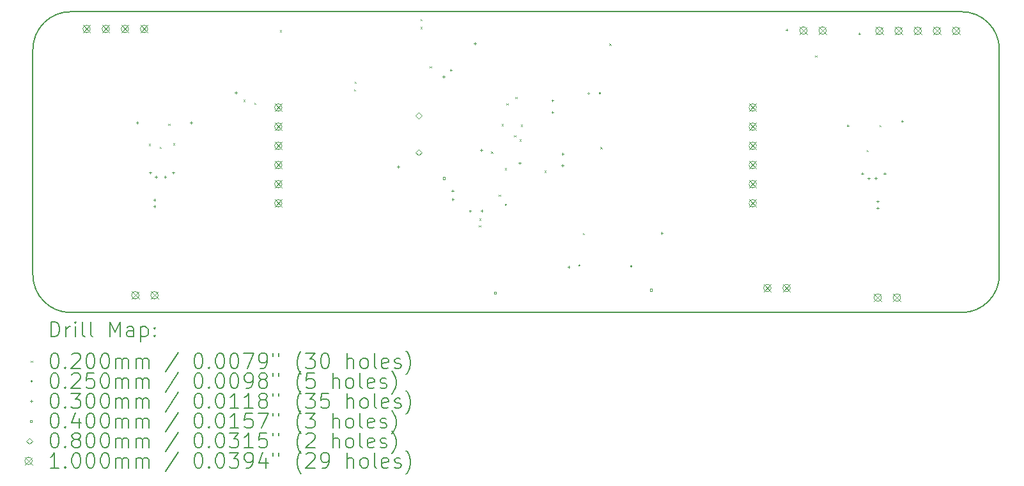
<source format=gbr>
%TF.GenerationSoftware,KiCad,Pcbnew,7.0.1*%
%TF.CreationDate,2023-11-28T21:34:20+01:00*%
%TF.ProjectId,Gruzik2.0,4772757a-696b-4322-9e30-2e6b69636164,rev?*%
%TF.SameCoordinates,Original*%
%TF.FileFunction,Drillmap*%
%TF.FilePolarity,Positive*%
%FSLAX45Y45*%
G04 Gerber Fmt 4.5, Leading zero omitted, Abs format (unit mm)*
G04 Created by KiCad (PCBNEW 7.0.1) date 2023-11-28 21:34:20*
%MOMM*%
%LPD*%
G01*
G04 APERTURE LIST*
%ADD10C,0.150000*%
%ADD11C,0.200000*%
%ADD12C,0.020000*%
%ADD13C,0.025000*%
%ADD14C,0.030000*%
%ADD15C,0.040000*%
%ADD16C,0.080000*%
%ADD17C,0.100000*%
G04 APERTURE END LIST*
D10*
X16433800Y-16797400D02*
X16433800Y-13809600D01*
X15933800Y-17297400D02*
G75*
G03*
X16433800Y-16797400I0J500000D01*
G01*
X15933800Y-17297400D02*
X4132200Y-17297400D01*
X16433800Y-13809600D02*
G75*
G03*
X15933800Y-13309600I-500000J0D01*
G01*
X3632200Y-16797400D02*
G75*
G03*
X4132200Y-17297400I500000J0D01*
G01*
X3632200Y-13809600D02*
X3632200Y-16797400D01*
X15933800Y-13309600D02*
X4132200Y-13309600D01*
X4132200Y-13309600D02*
G75*
G03*
X3632200Y-13809600I0J-500000D01*
G01*
D11*
D12*
X5166520Y-15062360D02*
X5186520Y-15082360D01*
X5186520Y-15062360D02*
X5166520Y-15082360D01*
X5313840Y-15097920D02*
X5333840Y-15117920D01*
X5333840Y-15097920D02*
X5313840Y-15117920D01*
X5425600Y-14795200D02*
X5445600Y-14815200D01*
X5445600Y-14795200D02*
X5425600Y-14815200D01*
X5491640Y-15052200D02*
X5511640Y-15072200D01*
X5511640Y-15052200D02*
X5491640Y-15072200D01*
X6421280Y-14478160D02*
X6441280Y-14498160D01*
X6441280Y-14478160D02*
X6421280Y-14498160D01*
X6563520Y-14513720D02*
X6583520Y-14533720D01*
X6583520Y-14513720D02*
X6563520Y-14533720D01*
X6903880Y-13553600D02*
X6923880Y-13573600D01*
X6923880Y-13553600D02*
X6903880Y-13573600D01*
X7884320Y-14335920D02*
X7904320Y-14355920D01*
X7904320Y-14335920D02*
X7884320Y-14355920D01*
X7894480Y-14234320D02*
X7914480Y-14254320D01*
X7914480Y-14234320D02*
X7894480Y-14254320D01*
X8768240Y-13406280D02*
X8788240Y-13426280D01*
X8788240Y-13406280D02*
X8768240Y-13426280D01*
X8768240Y-13512960D02*
X8788240Y-13532960D01*
X8788240Y-13512960D02*
X8768240Y-13532960D01*
X8890160Y-14031120D02*
X8910160Y-14051120D01*
X8910160Y-14031120D02*
X8890160Y-14051120D01*
X9540400Y-16139320D02*
X9560400Y-16159320D01*
X9560400Y-16139320D02*
X9540400Y-16159320D01*
X9545480Y-16052960D02*
X9565480Y-16072960D01*
X9565480Y-16052960D02*
X9545480Y-16072960D01*
X9702960Y-15163960D02*
X9722960Y-15183960D01*
X9722960Y-15163960D02*
X9702960Y-15183960D01*
X9804560Y-15732920D02*
X9824560Y-15752920D01*
X9824560Y-15732920D02*
X9804560Y-15752920D01*
X9842000Y-14800080D02*
X9862000Y-14820080D01*
X9862000Y-14800080D02*
X9842000Y-14820080D01*
X9885840Y-15382400D02*
X9905840Y-15402400D01*
X9905840Y-15382400D02*
X9885840Y-15402400D01*
X9906160Y-14523880D02*
X9926160Y-14543880D01*
X9926160Y-14523880D02*
X9906160Y-14543880D01*
X10005220Y-14948060D02*
X10025220Y-14968060D01*
X10025220Y-14948060D02*
X10005220Y-14968060D01*
X10023000Y-14439010D02*
X10043000Y-14459010D01*
X10043000Y-14439010D02*
X10023000Y-14459010D01*
X10078880Y-15001400D02*
X10098880Y-15021400D01*
X10098880Y-15001400D02*
X10078880Y-15021400D01*
X10095660Y-14806820D02*
X10115660Y-14826820D01*
X10115660Y-14806820D02*
X10095660Y-14826820D01*
X10409080Y-15417270D02*
X10429080Y-15437270D01*
X10429080Y-15417270D02*
X10409080Y-15437270D01*
X10917080Y-16240920D02*
X10937080Y-16260920D01*
X10937080Y-16240920D02*
X10917080Y-16260920D01*
X11148170Y-15104490D02*
X11168170Y-15124490D01*
X11168170Y-15104490D02*
X11148170Y-15124490D01*
X11267600Y-13731400D02*
X11287600Y-13751400D01*
X11287600Y-13731400D02*
X11267600Y-13751400D01*
X13995560Y-13888880D02*
X14015560Y-13908880D01*
X14015560Y-13888880D02*
X13995560Y-13908880D01*
X14676280Y-15143640D02*
X14696280Y-15163640D01*
X14696280Y-15143640D02*
X14676280Y-15163640D01*
X14843870Y-14813390D02*
X14863870Y-14833390D01*
X14863870Y-14813390D02*
X14843870Y-14833390D01*
D13*
X9908340Y-15869920D02*
G75*
G03*
X9908340Y-15869920I-12500J0D01*
G01*
X10883700Y-16672560D02*
G75*
G03*
X10883700Y-16672560I-12500J0D01*
G01*
X11005620Y-14396720D02*
G75*
G03*
X11005620Y-14396720I-12500J0D01*
G01*
X11155620Y-14391640D02*
G75*
G03*
X11155620Y-14391640I-12500J0D01*
G01*
X11569500Y-16687800D02*
G75*
G03*
X11569500Y-16687800I-12500J0D01*
G01*
D14*
X5013960Y-14762720D02*
X5013960Y-14792720D01*
X4998960Y-14777720D02*
X5028960Y-14777720D01*
X5186680Y-15428200D02*
X5186680Y-15458200D01*
X5171680Y-15443200D02*
X5201680Y-15443200D01*
X5242560Y-15788880D02*
X5242560Y-15818880D01*
X5227560Y-15803880D02*
X5257560Y-15803880D01*
X5242560Y-15875240D02*
X5242560Y-15905240D01*
X5227560Y-15890240D02*
X5257560Y-15890240D01*
X5262880Y-15484080D02*
X5262880Y-15514080D01*
X5247880Y-15499080D02*
X5277880Y-15499080D01*
X5384800Y-15484080D02*
X5384800Y-15514080D01*
X5369800Y-15499080D02*
X5399800Y-15499080D01*
X5491480Y-15428200D02*
X5491480Y-15458200D01*
X5476480Y-15443200D02*
X5506480Y-15443200D01*
X5730240Y-14762720D02*
X5730240Y-14792720D01*
X5715240Y-14777720D02*
X5745240Y-14777720D01*
X6319520Y-14366480D02*
X6319520Y-14396480D01*
X6304520Y-14381480D02*
X6334520Y-14381480D01*
X8473440Y-15346920D02*
X8473440Y-15376920D01*
X8458440Y-15361920D02*
X8488440Y-15361920D01*
X9072880Y-14153120D02*
X9072880Y-14183120D01*
X9057880Y-14168120D02*
X9087880Y-14168120D01*
X9169400Y-14066760D02*
X9169400Y-14096760D01*
X9154400Y-14081760D02*
X9184400Y-14081760D01*
X9189720Y-15666960D02*
X9189720Y-15696960D01*
X9174720Y-15681960D02*
X9204720Y-15681960D01*
X9194800Y-15778720D02*
X9194800Y-15808720D01*
X9179800Y-15793720D02*
X9209800Y-15793720D01*
X9422100Y-15936200D02*
X9422100Y-15966200D01*
X9407100Y-15951200D02*
X9437100Y-15951200D01*
X9489440Y-13716240D02*
X9489440Y-13746240D01*
X9474440Y-13731240D02*
X9504440Y-13731240D01*
X9570720Y-15128480D02*
X9570720Y-15158480D01*
X9555720Y-15143480D02*
X9585720Y-15143480D01*
X9577100Y-15934900D02*
X9577100Y-15964900D01*
X9562100Y-15949900D02*
X9592100Y-15949900D01*
X10078720Y-15301200D02*
X10078720Y-15331200D01*
X10063720Y-15316200D02*
X10093720Y-15316200D01*
X10515600Y-14471860D02*
X10515600Y-14501860D01*
X10500600Y-14486860D02*
X10530600Y-14486860D01*
X10515600Y-14626860D02*
X10515600Y-14656860D01*
X10500600Y-14641860D02*
X10530600Y-14641860D01*
X10647680Y-15332980D02*
X10647680Y-15362980D01*
X10632680Y-15347980D02*
X10662680Y-15347980D01*
X10651460Y-15177980D02*
X10651460Y-15207980D01*
X10636460Y-15192980D02*
X10666460Y-15192980D01*
X10728960Y-16677880D02*
X10728960Y-16707880D01*
X10713960Y-16692880D02*
X10743960Y-16692880D01*
X11963400Y-16230840D02*
X11963400Y-16260840D01*
X11948400Y-16245840D02*
X11978400Y-16245840D01*
X13615620Y-13533360D02*
X13615620Y-13563360D01*
X13600620Y-13548360D02*
X13630620Y-13548360D01*
X14427200Y-14803360D02*
X14427200Y-14833360D01*
X14412200Y-14818360D02*
X14442200Y-14818360D01*
X14579600Y-13584160D02*
X14579600Y-13614160D01*
X14564600Y-13599160D02*
X14594600Y-13599160D01*
X14620240Y-15438360D02*
X14620240Y-15468360D01*
X14605240Y-15453360D02*
X14635240Y-15453360D01*
X14701520Y-15504400D02*
X14701520Y-15534400D01*
X14686520Y-15519400D02*
X14716520Y-15519400D01*
X14798040Y-15499320D02*
X14798040Y-15529320D01*
X14783040Y-15514320D02*
X14813040Y-15514320D01*
X14823440Y-15809200D02*
X14823440Y-15839200D01*
X14808440Y-15824200D02*
X14838440Y-15824200D01*
X14823440Y-15895560D02*
X14823440Y-15925560D01*
X14808440Y-15910560D02*
X14838440Y-15910560D01*
X14914880Y-15438360D02*
X14914880Y-15468360D01*
X14899880Y-15453360D02*
X14929880Y-15453360D01*
X15146020Y-14744940D02*
X15146020Y-14774940D01*
X15131020Y-14759940D02*
X15161020Y-14759940D01*
D15*
X9089562Y-15531062D02*
X9089562Y-15502778D01*
X9061278Y-15502778D01*
X9061278Y-15531062D01*
X9089562Y-15531062D01*
X9767742Y-17052462D02*
X9767742Y-17024178D01*
X9739458Y-17024178D01*
X9739458Y-17052462D01*
X9767742Y-17052462D01*
X11835302Y-17011822D02*
X11835302Y-16983538D01*
X11807018Y-16983538D01*
X11807018Y-17011822D01*
X11835302Y-17011822D01*
D16*
X8742680Y-14727120D02*
X8782680Y-14687120D01*
X8742680Y-14647120D01*
X8702680Y-14687120D01*
X8742680Y-14727120D01*
X8742680Y-15215120D02*
X8782680Y-15175120D01*
X8742680Y-15135120D01*
X8702680Y-15175120D01*
X8742680Y-15215120D01*
D17*
X4293400Y-13488200D02*
X4393400Y-13588200D01*
X4393400Y-13488200D02*
X4293400Y-13588200D01*
X4393400Y-13538200D02*
G75*
G03*
X4393400Y-13538200I-50000J0D01*
G01*
X4547400Y-13488200D02*
X4647400Y-13588200D01*
X4647400Y-13488200D02*
X4547400Y-13588200D01*
X4647400Y-13538200D02*
G75*
G03*
X4647400Y-13538200I-50000J0D01*
G01*
X4801400Y-13488200D02*
X4901400Y-13588200D01*
X4901400Y-13488200D02*
X4801400Y-13588200D01*
X4901400Y-13538200D02*
G75*
G03*
X4901400Y-13538200I-50000J0D01*
G01*
X4938560Y-17018800D02*
X5038560Y-17118800D01*
X5038560Y-17018800D02*
X4938560Y-17118800D01*
X5038560Y-17068800D02*
G75*
G03*
X5038560Y-17068800I-50000J0D01*
G01*
X5055400Y-13488200D02*
X5155400Y-13588200D01*
X5155400Y-13488200D02*
X5055400Y-13588200D01*
X5155400Y-13538200D02*
G75*
G03*
X5155400Y-13538200I-50000J0D01*
G01*
X5192560Y-17018800D02*
X5292560Y-17118800D01*
X5292560Y-17018800D02*
X5192560Y-17118800D01*
X5292560Y-17068800D02*
G75*
G03*
X5292560Y-17068800I-50000J0D01*
G01*
X6833400Y-14529600D02*
X6933400Y-14629600D01*
X6933400Y-14529600D02*
X6833400Y-14629600D01*
X6933400Y-14579600D02*
G75*
G03*
X6933400Y-14579600I-50000J0D01*
G01*
X6833400Y-14783600D02*
X6933400Y-14883600D01*
X6933400Y-14783600D02*
X6833400Y-14883600D01*
X6933400Y-14833600D02*
G75*
G03*
X6933400Y-14833600I-50000J0D01*
G01*
X6833400Y-15037600D02*
X6933400Y-15137600D01*
X6933400Y-15037600D02*
X6833400Y-15137600D01*
X6933400Y-15087600D02*
G75*
G03*
X6933400Y-15087600I-50000J0D01*
G01*
X6833400Y-15291600D02*
X6933400Y-15391600D01*
X6933400Y-15291600D02*
X6833400Y-15391600D01*
X6933400Y-15341600D02*
G75*
G03*
X6933400Y-15341600I-50000J0D01*
G01*
X6833400Y-15545600D02*
X6933400Y-15645600D01*
X6933400Y-15545600D02*
X6833400Y-15645600D01*
X6933400Y-15595600D02*
G75*
G03*
X6933400Y-15595600I-50000J0D01*
G01*
X6833400Y-15799600D02*
X6933400Y-15899600D01*
X6933400Y-15799600D02*
X6833400Y-15899600D01*
X6933400Y-15849600D02*
G75*
G03*
X6933400Y-15849600I-50000J0D01*
G01*
X13116600Y-14529600D02*
X13216600Y-14629600D01*
X13216600Y-14529600D02*
X13116600Y-14629600D01*
X13216600Y-14579600D02*
G75*
G03*
X13216600Y-14579600I-50000J0D01*
G01*
X13116600Y-14783600D02*
X13216600Y-14883600D01*
X13216600Y-14783600D02*
X13116600Y-14883600D01*
X13216600Y-14833600D02*
G75*
G03*
X13216600Y-14833600I-50000J0D01*
G01*
X13116600Y-15037600D02*
X13216600Y-15137600D01*
X13216600Y-15037600D02*
X13116600Y-15137600D01*
X13216600Y-15087600D02*
G75*
G03*
X13216600Y-15087600I-50000J0D01*
G01*
X13116600Y-15291600D02*
X13216600Y-15391600D01*
X13216600Y-15291600D02*
X13116600Y-15391600D01*
X13216600Y-15341600D02*
G75*
G03*
X13216600Y-15341600I-50000J0D01*
G01*
X13116600Y-15545600D02*
X13216600Y-15645600D01*
X13216600Y-15545600D02*
X13116600Y-15645600D01*
X13216600Y-15595600D02*
G75*
G03*
X13216600Y-15595600I-50000J0D01*
G01*
X13116600Y-15799600D02*
X13216600Y-15899600D01*
X13216600Y-15799600D02*
X13116600Y-15899600D01*
X13216600Y-15849600D02*
G75*
G03*
X13216600Y-15849600I-50000J0D01*
G01*
X13310400Y-16922280D02*
X13410400Y-17022280D01*
X13410400Y-16922280D02*
X13310400Y-17022280D01*
X13410400Y-16972280D02*
G75*
G03*
X13410400Y-16972280I-50000J0D01*
G01*
X13564400Y-16922280D02*
X13664400Y-17022280D01*
X13664400Y-16922280D02*
X13564400Y-17022280D01*
X13664400Y-16972280D02*
G75*
G03*
X13664400Y-16972280I-50000J0D01*
G01*
X13787920Y-13508520D02*
X13887920Y-13608520D01*
X13887920Y-13508520D02*
X13787920Y-13608520D01*
X13887920Y-13558520D02*
G75*
G03*
X13887920Y-13558520I-50000J0D01*
G01*
X14041920Y-13508520D02*
X14141920Y-13608520D01*
X14141920Y-13508520D02*
X14041920Y-13608520D01*
X14141920Y-13558520D02*
G75*
G03*
X14141920Y-13558520I-50000J0D01*
G01*
X14773440Y-17049280D02*
X14873440Y-17149280D01*
X14873440Y-17049280D02*
X14773440Y-17149280D01*
X14873440Y-17099280D02*
G75*
G03*
X14873440Y-17099280I-50000J0D01*
G01*
X14793760Y-13513600D02*
X14893760Y-13613600D01*
X14893760Y-13513600D02*
X14793760Y-13613600D01*
X14893760Y-13563600D02*
G75*
G03*
X14893760Y-13563600I-50000J0D01*
G01*
X15027440Y-17049280D02*
X15127440Y-17149280D01*
X15127440Y-17049280D02*
X15027440Y-17149280D01*
X15127440Y-17099280D02*
G75*
G03*
X15127440Y-17099280I-50000J0D01*
G01*
X15047760Y-13513600D02*
X15147760Y-13613600D01*
X15147760Y-13513600D02*
X15047760Y-13613600D01*
X15147760Y-13563600D02*
G75*
G03*
X15147760Y-13563600I-50000J0D01*
G01*
X15301760Y-13513600D02*
X15401760Y-13613600D01*
X15401760Y-13513600D02*
X15301760Y-13613600D01*
X15401760Y-13563600D02*
G75*
G03*
X15401760Y-13563600I-50000J0D01*
G01*
X15555760Y-13513600D02*
X15655760Y-13613600D01*
X15655760Y-13513600D02*
X15555760Y-13613600D01*
X15655760Y-13563600D02*
G75*
G03*
X15655760Y-13563600I-50000J0D01*
G01*
X15809760Y-13513600D02*
X15909760Y-13613600D01*
X15909760Y-13513600D02*
X15809760Y-13613600D01*
X15909760Y-13563600D02*
G75*
G03*
X15909760Y-13563600I-50000J0D01*
G01*
D11*
X3872319Y-17617424D02*
X3872319Y-17417424D01*
X3872319Y-17417424D02*
X3919938Y-17417424D01*
X3919938Y-17417424D02*
X3948509Y-17426948D01*
X3948509Y-17426948D02*
X3967557Y-17445995D01*
X3967557Y-17445995D02*
X3977081Y-17465043D01*
X3977081Y-17465043D02*
X3986605Y-17503138D01*
X3986605Y-17503138D02*
X3986605Y-17531710D01*
X3986605Y-17531710D02*
X3977081Y-17569805D01*
X3977081Y-17569805D02*
X3967557Y-17588852D01*
X3967557Y-17588852D02*
X3948509Y-17607900D01*
X3948509Y-17607900D02*
X3919938Y-17617424D01*
X3919938Y-17617424D02*
X3872319Y-17617424D01*
X4072319Y-17617424D02*
X4072319Y-17484090D01*
X4072319Y-17522186D02*
X4081843Y-17503138D01*
X4081843Y-17503138D02*
X4091367Y-17493614D01*
X4091367Y-17493614D02*
X4110414Y-17484090D01*
X4110414Y-17484090D02*
X4129462Y-17484090D01*
X4196129Y-17617424D02*
X4196129Y-17484090D01*
X4196129Y-17417424D02*
X4186605Y-17426948D01*
X4186605Y-17426948D02*
X4196129Y-17436471D01*
X4196129Y-17436471D02*
X4205652Y-17426948D01*
X4205652Y-17426948D02*
X4196129Y-17417424D01*
X4196129Y-17417424D02*
X4196129Y-17436471D01*
X4319938Y-17617424D02*
X4300890Y-17607900D01*
X4300890Y-17607900D02*
X4291367Y-17588852D01*
X4291367Y-17588852D02*
X4291367Y-17417424D01*
X4424700Y-17617424D02*
X4405652Y-17607900D01*
X4405652Y-17607900D02*
X4396129Y-17588852D01*
X4396129Y-17588852D02*
X4396129Y-17417424D01*
X4653271Y-17617424D02*
X4653271Y-17417424D01*
X4653271Y-17417424D02*
X4719938Y-17560281D01*
X4719938Y-17560281D02*
X4786605Y-17417424D01*
X4786605Y-17417424D02*
X4786605Y-17617424D01*
X4967557Y-17617424D02*
X4967557Y-17512662D01*
X4967557Y-17512662D02*
X4958033Y-17493614D01*
X4958033Y-17493614D02*
X4938986Y-17484090D01*
X4938986Y-17484090D02*
X4900890Y-17484090D01*
X4900890Y-17484090D02*
X4881843Y-17493614D01*
X4967557Y-17607900D02*
X4948510Y-17617424D01*
X4948510Y-17617424D02*
X4900890Y-17617424D01*
X4900890Y-17617424D02*
X4881843Y-17607900D01*
X4881843Y-17607900D02*
X4872319Y-17588852D01*
X4872319Y-17588852D02*
X4872319Y-17569805D01*
X4872319Y-17569805D02*
X4881843Y-17550757D01*
X4881843Y-17550757D02*
X4900890Y-17541233D01*
X4900890Y-17541233D02*
X4948510Y-17541233D01*
X4948510Y-17541233D02*
X4967557Y-17531710D01*
X5062795Y-17484090D02*
X5062795Y-17684090D01*
X5062795Y-17493614D02*
X5081843Y-17484090D01*
X5081843Y-17484090D02*
X5119938Y-17484090D01*
X5119938Y-17484090D02*
X5138986Y-17493614D01*
X5138986Y-17493614D02*
X5148510Y-17503138D01*
X5148510Y-17503138D02*
X5158033Y-17522186D01*
X5158033Y-17522186D02*
X5158033Y-17579329D01*
X5158033Y-17579329D02*
X5148510Y-17598376D01*
X5148510Y-17598376D02*
X5138986Y-17607900D01*
X5138986Y-17607900D02*
X5119938Y-17617424D01*
X5119938Y-17617424D02*
X5081843Y-17617424D01*
X5081843Y-17617424D02*
X5062795Y-17607900D01*
X5243748Y-17598376D02*
X5253271Y-17607900D01*
X5253271Y-17607900D02*
X5243748Y-17617424D01*
X5243748Y-17617424D02*
X5234224Y-17607900D01*
X5234224Y-17607900D02*
X5243748Y-17598376D01*
X5243748Y-17598376D02*
X5243748Y-17617424D01*
X5243748Y-17493614D02*
X5253271Y-17503138D01*
X5253271Y-17503138D02*
X5243748Y-17512662D01*
X5243748Y-17512662D02*
X5234224Y-17503138D01*
X5234224Y-17503138D02*
X5243748Y-17493614D01*
X5243748Y-17493614D02*
X5243748Y-17512662D01*
D12*
X3604700Y-17934900D02*
X3624700Y-17954900D01*
X3624700Y-17934900D02*
X3604700Y-17954900D01*
D11*
X3910414Y-17837424D02*
X3929462Y-17837424D01*
X3929462Y-17837424D02*
X3948509Y-17846948D01*
X3948509Y-17846948D02*
X3958033Y-17856471D01*
X3958033Y-17856471D02*
X3967557Y-17875519D01*
X3967557Y-17875519D02*
X3977081Y-17913614D01*
X3977081Y-17913614D02*
X3977081Y-17961233D01*
X3977081Y-17961233D02*
X3967557Y-17999329D01*
X3967557Y-17999329D02*
X3958033Y-18018376D01*
X3958033Y-18018376D02*
X3948509Y-18027900D01*
X3948509Y-18027900D02*
X3929462Y-18037424D01*
X3929462Y-18037424D02*
X3910414Y-18037424D01*
X3910414Y-18037424D02*
X3891367Y-18027900D01*
X3891367Y-18027900D02*
X3881843Y-18018376D01*
X3881843Y-18018376D02*
X3872319Y-17999329D01*
X3872319Y-17999329D02*
X3862795Y-17961233D01*
X3862795Y-17961233D02*
X3862795Y-17913614D01*
X3862795Y-17913614D02*
X3872319Y-17875519D01*
X3872319Y-17875519D02*
X3881843Y-17856471D01*
X3881843Y-17856471D02*
X3891367Y-17846948D01*
X3891367Y-17846948D02*
X3910414Y-17837424D01*
X4062795Y-18018376D02*
X4072319Y-18027900D01*
X4072319Y-18027900D02*
X4062795Y-18037424D01*
X4062795Y-18037424D02*
X4053271Y-18027900D01*
X4053271Y-18027900D02*
X4062795Y-18018376D01*
X4062795Y-18018376D02*
X4062795Y-18037424D01*
X4148509Y-17856471D02*
X4158033Y-17846948D01*
X4158033Y-17846948D02*
X4177081Y-17837424D01*
X4177081Y-17837424D02*
X4224700Y-17837424D01*
X4224700Y-17837424D02*
X4243748Y-17846948D01*
X4243748Y-17846948D02*
X4253271Y-17856471D01*
X4253271Y-17856471D02*
X4262795Y-17875519D01*
X4262795Y-17875519D02*
X4262795Y-17894567D01*
X4262795Y-17894567D02*
X4253271Y-17923138D01*
X4253271Y-17923138D02*
X4138986Y-18037424D01*
X4138986Y-18037424D02*
X4262795Y-18037424D01*
X4386605Y-17837424D02*
X4405652Y-17837424D01*
X4405652Y-17837424D02*
X4424700Y-17846948D01*
X4424700Y-17846948D02*
X4434224Y-17856471D01*
X4434224Y-17856471D02*
X4443748Y-17875519D01*
X4443748Y-17875519D02*
X4453271Y-17913614D01*
X4453271Y-17913614D02*
X4453271Y-17961233D01*
X4453271Y-17961233D02*
X4443748Y-17999329D01*
X4443748Y-17999329D02*
X4434224Y-18018376D01*
X4434224Y-18018376D02*
X4424700Y-18027900D01*
X4424700Y-18027900D02*
X4405652Y-18037424D01*
X4405652Y-18037424D02*
X4386605Y-18037424D01*
X4386605Y-18037424D02*
X4367557Y-18027900D01*
X4367557Y-18027900D02*
X4358033Y-18018376D01*
X4358033Y-18018376D02*
X4348510Y-17999329D01*
X4348510Y-17999329D02*
X4338986Y-17961233D01*
X4338986Y-17961233D02*
X4338986Y-17913614D01*
X4338986Y-17913614D02*
X4348510Y-17875519D01*
X4348510Y-17875519D02*
X4358033Y-17856471D01*
X4358033Y-17856471D02*
X4367557Y-17846948D01*
X4367557Y-17846948D02*
X4386605Y-17837424D01*
X4577081Y-17837424D02*
X4596129Y-17837424D01*
X4596129Y-17837424D02*
X4615176Y-17846948D01*
X4615176Y-17846948D02*
X4624700Y-17856471D01*
X4624700Y-17856471D02*
X4634224Y-17875519D01*
X4634224Y-17875519D02*
X4643748Y-17913614D01*
X4643748Y-17913614D02*
X4643748Y-17961233D01*
X4643748Y-17961233D02*
X4634224Y-17999329D01*
X4634224Y-17999329D02*
X4624700Y-18018376D01*
X4624700Y-18018376D02*
X4615176Y-18027900D01*
X4615176Y-18027900D02*
X4596129Y-18037424D01*
X4596129Y-18037424D02*
X4577081Y-18037424D01*
X4577081Y-18037424D02*
X4558033Y-18027900D01*
X4558033Y-18027900D02*
X4548510Y-18018376D01*
X4548510Y-18018376D02*
X4538986Y-17999329D01*
X4538986Y-17999329D02*
X4529462Y-17961233D01*
X4529462Y-17961233D02*
X4529462Y-17913614D01*
X4529462Y-17913614D02*
X4538986Y-17875519D01*
X4538986Y-17875519D02*
X4548510Y-17856471D01*
X4548510Y-17856471D02*
X4558033Y-17846948D01*
X4558033Y-17846948D02*
X4577081Y-17837424D01*
X4729462Y-18037424D02*
X4729462Y-17904090D01*
X4729462Y-17923138D02*
X4738986Y-17913614D01*
X4738986Y-17913614D02*
X4758033Y-17904090D01*
X4758033Y-17904090D02*
X4786605Y-17904090D01*
X4786605Y-17904090D02*
X4805652Y-17913614D01*
X4805652Y-17913614D02*
X4815176Y-17932662D01*
X4815176Y-17932662D02*
X4815176Y-18037424D01*
X4815176Y-17932662D02*
X4824700Y-17913614D01*
X4824700Y-17913614D02*
X4843748Y-17904090D01*
X4843748Y-17904090D02*
X4872319Y-17904090D01*
X4872319Y-17904090D02*
X4891367Y-17913614D01*
X4891367Y-17913614D02*
X4900891Y-17932662D01*
X4900891Y-17932662D02*
X4900891Y-18037424D01*
X4996129Y-18037424D02*
X4996129Y-17904090D01*
X4996129Y-17923138D02*
X5005652Y-17913614D01*
X5005652Y-17913614D02*
X5024700Y-17904090D01*
X5024700Y-17904090D02*
X5053272Y-17904090D01*
X5053272Y-17904090D02*
X5072319Y-17913614D01*
X5072319Y-17913614D02*
X5081843Y-17932662D01*
X5081843Y-17932662D02*
X5081843Y-18037424D01*
X5081843Y-17932662D02*
X5091367Y-17913614D01*
X5091367Y-17913614D02*
X5110414Y-17904090D01*
X5110414Y-17904090D02*
X5138986Y-17904090D01*
X5138986Y-17904090D02*
X5158033Y-17913614D01*
X5158033Y-17913614D02*
X5167557Y-17932662D01*
X5167557Y-17932662D02*
X5167557Y-18037424D01*
X5558033Y-17827900D02*
X5386605Y-18085043D01*
X5815176Y-17837424D02*
X5834224Y-17837424D01*
X5834224Y-17837424D02*
X5853272Y-17846948D01*
X5853272Y-17846948D02*
X5862795Y-17856471D01*
X5862795Y-17856471D02*
X5872319Y-17875519D01*
X5872319Y-17875519D02*
X5881843Y-17913614D01*
X5881843Y-17913614D02*
X5881843Y-17961233D01*
X5881843Y-17961233D02*
X5872319Y-17999329D01*
X5872319Y-17999329D02*
X5862795Y-18018376D01*
X5862795Y-18018376D02*
X5853272Y-18027900D01*
X5853272Y-18027900D02*
X5834224Y-18037424D01*
X5834224Y-18037424D02*
X5815176Y-18037424D01*
X5815176Y-18037424D02*
X5796129Y-18027900D01*
X5796129Y-18027900D02*
X5786605Y-18018376D01*
X5786605Y-18018376D02*
X5777081Y-17999329D01*
X5777081Y-17999329D02*
X5767557Y-17961233D01*
X5767557Y-17961233D02*
X5767557Y-17913614D01*
X5767557Y-17913614D02*
X5777081Y-17875519D01*
X5777081Y-17875519D02*
X5786605Y-17856471D01*
X5786605Y-17856471D02*
X5796129Y-17846948D01*
X5796129Y-17846948D02*
X5815176Y-17837424D01*
X5967557Y-18018376D02*
X5977081Y-18027900D01*
X5977081Y-18027900D02*
X5967557Y-18037424D01*
X5967557Y-18037424D02*
X5958033Y-18027900D01*
X5958033Y-18027900D02*
X5967557Y-18018376D01*
X5967557Y-18018376D02*
X5967557Y-18037424D01*
X6100891Y-17837424D02*
X6119938Y-17837424D01*
X6119938Y-17837424D02*
X6138986Y-17846948D01*
X6138986Y-17846948D02*
X6148510Y-17856471D01*
X6148510Y-17856471D02*
X6158033Y-17875519D01*
X6158033Y-17875519D02*
X6167557Y-17913614D01*
X6167557Y-17913614D02*
X6167557Y-17961233D01*
X6167557Y-17961233D02*
X6158033Y-17999329D01*
X6158033Y-17999329D02*
X6148510Y-18018376D01*
X6148510Y-18018376D02*
X6138986Y-18027900D01*
X6138986Y-18027900D02*
X6119938Y-18037424D01*
X6119938Y-18037424D02*
X6100891Y-18037424D01*
X6100891Y-18037424D02*
X6081843Y-18027900D01*
X6081843Y-18027900D02*
X6072319Y-18018376D01*
X6072319Y-18018376D02*
X6062795Y-17999329D01*
X6062795Y-17999329D02*
X6053272Y-17961233D01*
X6053272Y-17961233D02*
X6053272Y-17913614D01*
X6053272Y-17913614D02*
X6062795Y-17875519D01*
X6062795Y-17875519D02*
X6072319Y-17856471D01*
X6072319Y-17856471D02*
X6081843Y-17846948D01*
X6081843Y-17846948D02*
X6100891Y-17837424D01*
X6291367Y-17837424D02*
X6310414Y-17837424D01*
X6310414Y-17837424D02*
X6329462Y-17846948D01*
X6329462Y-17846948D02*
X6338986Y-17856471D01*
X6338986Y-17856471D02*
X6348510Y-17875519D01*
X6348510Y-17875519D02*
X6358033Y-17913614D01*
X6358033Y-17913614D02*
X6358033Y-17961233D01*
X6358033Y-17961233D02*
X6348510Y-17999329D01*
X6348510Y-17999329D02*
X6338986Y-18018376D01*
X6338986Y-18018376D02*
X6329462Y-18027900D01*
X6329462Y-18027900D02*
X6310414Y-18037424D01*
X6310414Y-18037424D02*
X6291367Y-18037424D01*
X6291367Y-18037424D02*
X6272319Y-18027900D01*
X6272319Y-18027900D02*
X6262795Y-18018376D01*
X6262795Y-18018376D02*
X6253272Y-17999329D01*
X6253272Y-17999329D02*
X6243748Y-17961233D01*
X6243748Y-17961233D02*
X6243748Y-17913614D01*
X6243748Y-17913614D02*
X6253272Y-17875519D01*
X6253272Y-17875519D02*
X6262795Y-17856471D01*
X6262795Y-17856471D02*
X6272319Y-17846948D01*
X6272319Y-17846948D02*
X6291367Y-17837424D01*
X6424700Y-17837424D02*
X6558033Y-17837424D01*
X6558033Y-17837424D02*
X6472319Y-18037424D01*
X6643748Y-18037424D02*
X6681843Y-18037424D01*
X6681843Y-18037424D02*
X6700891Y-18027900D01*
X6700891Y-18027900D02*
X6710414Y-18018376D01*
X6710414Y-18018376D02*
X6729462Y-17989805D01*
X6729462Y-17989805D02*
X6738986Y-17951710D01*
X6738986Y-17951710D02*
X6738986Y-17875519D01*
X6738986Y-17875519D02*
X6729462Y-17856471D01*
X6729462Y-17856471D02*
X6719938Y-17846948D01*
X6719938Y-17846948D02*
X6700891Y-17837424D01*
X6700891Y-17837424D02*
X6662795Y-17837424D01*
X6662795Y-17837424D02*
X6643748Y-17846948D01*
X6643748Y-17846948D02*
X6634224Y-17856471D01*
X6634224Y-17856471D02*
X6624700Y-17875519D01*
X6624700Y-17875519D02*
X6624700Y-17923138D01*
X6624700Y-17923138D02*
X6634224Y-17942186D01*
X6634224Y-17942186D02*
X6643748Y-17951710D01*
X6643748Y-17951710D02*
X6662795Y-17961233D01*
X6662795Y-17961233D02*
X6700891Y-17961233D01*
X6700891Y-17961233D02*
X6719938Y-17951710D01*
X6719938Y-17951710D02*
X6729462Y-17942186D01*
X6729462Y-17942186D02*
X6738986Y-17923138D01*
X6815176Y-17837424D02*
X6815176Y-17875519D01*
X6891367Y-17837424D02*
X6891367Y-17875519D01*
X7186605Y-18113614D02*
X7177081Y-18104090D01*
X7177081Y-18104090D02*
X7158034Y-18075519D01*
X7158034Y-18075519D02*
X7148510Y-18056471D01*
X7148510Y-18056471D02*
X7138986Y-18027900D01*
X7138986Y-18027900D02*
X7129462Y-17980281D01*
X7129462Y-17980281D02*
X7129462Y-17942186D01*
X7129462Y-17942186D02*
X7138986Y-17894567D01*
X7138986Y-17894567D02*
X7148510Y-17865995D01*
X7148510Y-17865995D02*
X7158034Y-17846948D01*
X7158034Y-17846948D02*
X7177081Y-17818376D01*
X7177081Y-17818376D02*
X7186605Y-17808852D01*
X7243748Y-17837424D02*
X7367557Y-17837424D01*
X7367557Y-17837424D02*
X7300891Y-17913614D01*
X7300891Y-17913614D02*
X7329462Y-17913614D01*
X7329462Y-17913614D02*
X7348510Y-17923138D01*
X7348510Y-17923138D02*
X7358034Y-17932662D01*
X7358034Y-17932662D02*
X7367557Y-17951710D01*
X7367557Y-17951710D02*
X7367557Y-17999329D01*
X7367557Y-17999329D02*
X7358034Y-18018376D01*
X7358034Y-18018376D02*
X7348510Y-18027900D01*
X7348510Y-18027900D02*
X7329462Y-18037424D01*
X7329462Y-18037424D02*
X7272319Y-18037424D01*
X7272319Y-18037424D02*
X7253272Y-18027900D01*
X7253272Y-18027900D02*
X7243748Y-18018376D01*
X7491367Y-17837424D02*
X7510415Y-17837424D01*
X7510415Y-17837424D02*
X7529462Y-17846948D01*
X7529462Y-17846948D02*
X7538986Y-17856471D01*
X7538986Y-17856471D02*
X7548510Y-17875519D01*
X7548510Y-17875519D02*
X7558034Y-17913614D01*
X7558034Y-17913614D02*
X7558034Y-17961233D01*
X7558034Y-17961233D02*
X7548510Y-17999329D01*
X7548510Y-17999329D02*
X7538986Y-18018376D01*
X7538986Y-18018376D02*
X7529462Y-18027900D01*
X7529462Y-18027900D02*
X7510415Y-18037424D01*
X7510415Y-18037424D02*
X7491367Y-18037424D01*
X7491367Y-18037424D02*
X7472319Y-18027900D01*
X7472319Y-18027900D02*
X7462795Y-18018376D01*
X7462795Y-18018376D02*
X7453272Y-17999329D01*
X7453272Y-17999329D02*
X7443748Y-17961233D01*
X7443748Y-17961233D02*
X7443748Y-17913614D01*
X7443748Y-17913614D02*
X7453272Y-17875519D01*
X7453272Y-17875519D02*
X7462795Y-17856471D01*
X7462795Y-17856471D02*
X7472319Y-17846948D01*
X7472319Y-17846948D02*
X7491367Y-17837424D01*
X7796129Y-18037424D02*
X7796129Y-17837424D01*
X7881843Y-18037424D02*
X7881843Y-17932662D01*
X7881843Y-17932662D02*
X7872319Y-17913614D01*
X7872319Y-17913614D02*
X7853272Y-17904090D01*
X7853272Y-17904090D02*
X7824700Y-17904090D01*
X7824700Y-17904090D02*
X7805653Y-17913614D01*
X7805653Y-17913614D02*
X7796129Y-17923138D01*
X8005653Y-18037424D02*
X7986605Y-18027900D01*
X7986605Y-18027900D02*
X7977081Y-18018376D01*
X7977081Y-18018376D02*
X7967557Y-17999329D01*
X7967557Y-17999329D02*
X7967557Y-17942186D01*
X7967557Y-17942186D02*
X7977081Y-17923138D01*
X7977081Y-17923138D02*
X7986605Y-17913614D01*
X7986605Y-17913614D02*
X8005653Y-17904090D01*
X8005653Y-17904090D02*
X8034224Y-17904090D01*
X8034224Y-17904090D02*
X8053272Y-17913614D01*
X8053272Y-17913614D02*
X8062796Y-17923138D01*
X8062796Y-17923138D02*
X8072319Y-17942186D01*
X8072319Y-17942186D02*
X8072319Y-17999329D01*
X8072319Y-17999329D02*
X8062796Y-18018376D01*
X8062796Y-18018376D02*
X8053272Y-18027900D01*
X8053272Y-18027900D02*
X8034224Y-18037424D01*
X8034224Y-18037424D02*
X8005653Y-18037424D01*
X8186605Y-18037424D02*
X8167557Y-18027900D01*
X8167557Y-18027900D02*
X8158034Y-18008852D01*
X8158034Y-18008852D02*
X8158034Y-17837424D01*
X8338986Y-18027900D02*
X8319938Y-18037424D01*
X8319938Y-18037424D02*
X8281843Y-18037424D01*
X8281843Y-18037424D02*
X8262796Y-18027900D01*
X8262796Y-18027900D02*
X8253272Y-18008852D01*
X8253272Y-18008852D02*
X8253272Y-17932662D01*
X8253272Y-17932662D02*
X8262796Y-17913614D01*
X8262796Y-17913614D02*
X8281843Y-17904090D01*
X8281843Y-17904090D02*
X8319938Y-17904090D01*
X8319938Y-17904090D02*
X8338986Y-17913614D01*
X8338986Y-17913614D02*
X8348510Y-17932662D01*
X8348510Y-17932662D02*
X8348510Y-17951710D01*
X8348510Y-17951710D02*
X8253272Y-17970757D01*
X8424700Y-18027900D02*
X8443748Y-18037424D01*
X8443748Y-18037424D02*
X8481843Y-18037424D01*
X8481843Y-18037424D02*
X8500891Y-18027900D01*
X8500891Y-18027900D02*
X8510415Y-18008852D01*
X8510415Y-18008852D02*
X8510415Y-17999329D01*
X8510415Y-17999329D02*
X8500891Y-17980281D01*
X8500891Y-17980281D02*
X8481843Y-17970757D01*
X8481843Y-17970757D02*
X8453272Y-17970757D01*
X8453272Y-17970757D02*
X8434224Y-17961233D01*
X8434224Y-17961233D02*
X8424700Y-17942186D01*
X8424700Y-17942186D02*
X8424700Y-17932662D01*
X8424700Y-17932662D02*
X8434224Y-17913614D01*
X8434224Y-17913614D02*
X8453272Y-17904090D01*
X8453272Y-17904090D02*
X8481843Y-17904090D01*
X8481843Y-17904090D02*
X8500891Y-17913614D01*
X8577081Y-18113614D02*
X8586605Y-18104090D01*
X8586605Y-18104090D02*
X8605653Y-18075519D01*
X8605653Y-18075519D02*
X8615177Y-18056471D01*
X8615177Y-18056471D02*
X8624700Y-18027900D01*
X8624700Y-18027900D02*
X8634224Y-17980281D01*
X8634224Y-17980281D02*
X8634224Y-17942186D01*
X8634224Y-17942186D02*
X8624700Y-17894567D01*
X8624700Y-17894567D02*
X8615177Y-17865995D01*
X8615177Y-17865995D02*
X8605653Y-17846948D01*
X8605653Y-17846948D02*
X8586605Y-17818376D01*
X8586605Y-17818376D02*
X8577081Y-17808852D01*
D13*
X3624700Y-18208900D02*
G75*
G03*
X3624700Y-18208900I-12500J0D01*
G01*
D11*
X3910414Y-18101424D02*
X3929462Y-18101424D01*
X3929462Y-18101424D02*
X3948509Y-18110948D01*
X3948509Y-18110948D02*
X3958033Y-18120471D01*
X3958033Y-18120471D02*
X3967557Y-18139519D01*
X3967557Y-18139519D02*
X3977081Y-18177614D01*
X3977081Y-18177614D02*
X3977081Y-18225233D01*
X3977081Y-18225233D02*
X3967557Y-18263329D01*
X3967557Y-18263329D02*
X3958033Y-18282376D01*
X3958033Y-18282376D02*
X3948509Y-18291900D01*
X3948509Y-18291900D02*
X3929462Y-18301424D01*
X3929462Y-18301424D02*
X3910414Y-18301424D01*
X3910414Y-18301424D02*
X3891367Y-18291900D01*
X3891367Y-18291900D02*
X3881843Y-18282376D01*
X3881843Y-18282376D02*
X3872319Y-18263329D01*
X3872319Y-18263329D02*
X3862795Y-18225233D01*
X3862795Y-18225233D02*
X3862795Y-18177614D01*
X3862795Y-18177614D02*
X3872319Y-18139519D01*
X3872319Y-18139519D02*
X3881843Y-18120471D01*
X3881843Y-18120471D02*
X3891367Y-18110948D01*
X3891367Y-18110948D02*
X3910414Y-18101424D01*
X4062795Y-18282376D02*
X4072319Y-18291900D01*
X4072319Y-18291900D02*
X4062795Y-18301424D01*
X4062795Y-18301424D02*
X4053271Y-18291900D01*
X4053271Y-18291900D02*
X4062795Y-18282376D01*
X4062795Y-18282376D02*
X4062795Y-18301424D01*
X4148509Y-18120471D02*
X4158033Y-18110948D01*
X4158033Y-18110948D02*
X4177081Y-18101424D01*
X4177081Y-18101424D02*
X4224700Y-18101424D01*
X4224700Y-18101424D02*
X4243748Y-18110948D01*
X4243748Y-18110948D02*
X4253271Y-18120471D01*
X4253271Y-18120471D02*
X4262795Y-18139519D01*
X4262795Y-18139519D02*
X4262795Y-18158567D01*
X4262795Y-18158567D02*
X4253271Y-18187138D01*
X4253271Y-18187138D02*
X4138986Y-18301424D01*
X4138986Y-18301424D02*
X4262795Y-18301424D01*
X4443748Y-18101424D02*
X4348510Y-18101424D01*
X4348510Y-18101424D02*
X4338986Y-18196662D01*
X4338986Y-18196662D02*
X4348510Y-18187138D01*
X4348510Y-18187138D02*
X4367557Y-18177614D01*
X4367557Y-18177614D02*
X4415176Y-18177614D01*
X4415176Y-18177614D02*
X4434224Y-18187138D01*
X4434224Y-18187138D02*
X4443748Y-18196662D01*
X4443748Y-18196662D02*
X4453271Y-18215710D01*
X4453271Y-18215710D02*
X4453271Y-18263329D01*
X4453271Y-18263329D02*
X4443748Y-18282376D01*
X4443748Y-18282376D02*
X4434224Y-18291900D01*
X4434224Y-18291900D02*
X4415176Y-18301424D01*
X4415176Y-18301424D02*
X4367557Y-18301424D01*
X4367557Y-18301424D02*
X4348510Y-18291900D01*
X4348510Y-18291900D02*
X4338986Y-18282376D01*
X4577081Y-18101424D02*
X4596129Y-18101424D01*
X4596129Y-18101424D02*
X4615176Y-18110948D01*
X4615176Y-18110948D02*
X4624700Y-18120471D01*
X4624700Y-18120471D02*
X4634224Y-18139519D01*
X4634224Y-18139519D02*
X4643748Y-18177614D01*
X4643748Y-18177614D02*
X4643748Y-18225233D01*
X4643748Y-18225233D02*
X4634224Y-18263329D01*
X4634224Y-18263329D02*
X4624700Y-18282376D01*
X4624700Y-18282376D02*
X4615176Y-18291900D01*
X4615176Y-18291900D02*
X4596129Y-18301424D01*
X4596129Y-18301424D02*
X4577081Y-18301424D01*
X4577081Y-18301424D02*
X4558033Y-18291900D01*
X4558033Y-18291900D02*
X4548510Y-18282376D01*
X4548510Y-18282376D02*
X4538986Y-18263329D01*
X4538986Y-18263329D02*
X4529462Y-18225233D01*
X4529462Y-18225233D02*
X4529462Y-18177614D01*
X4529462Y-18177614D02*
X4538986Y-18139519D01*
X4538986Y-18139519D02*
X4548510Y-18120471D01*
X4548510Y-18120471D02*
X4558033Y-18110948D01*
X4558033Y-18110948D02*
X4577081Y-18101424D01*
X4729462Y-18301424D02*
X4729462Y-18168090D01*
X4729462Y-18187138D02*
X4738986Y-18177614D01*
X4738986Y-18177614D02*
X4758033Y-18168090D01*
X4758033Y-18168090D02*
X4786605Y-18168090D01*
X4786605Y-18168090D02*
X4805652Y-18177614D01*
X4805652Y-18177614D02*
X4815176Y-18196662D01*
X4815176Y-18196662D02*
X4815176Y-18301424D01*
X4815176Y-18196662D02*
X4824700Y-18177614D01*
X4824700Y-18177614D02*
X4843748Y-18168090D01*
X4843748Y-18168090D02*
X4872319Y-18168090D01*
X4872319Y-18168090D02*
X4891367Y-18177614D01*
X4891367Y-18177614D02*
X4900891Y-18196662D01*
X4900891Y-18196662D02*
X4900891Y-18301424D01*
X4996129Y-18301424D02*
X4996129Y-18168090D01*
X4996129Y-18187138D02*
X5005652Y-18177614D01*
X5005652Y-18177614D02*
X5024700Y-18168090D01*
X5024700Y-18168090D02*
X5053272Y-18168090D01*
X5053272Y-18168090D02*
X5072319Y-18177614D01*
X5072319Y-18177614D02*
X5081843Y-18196662D01*
X5081843Y-18196662D02*
X5081843Y-18301424D01*
X5081843Y-18196662D02*
X5091367Y-18177614D01*
X5091367Y-18177614D02*
X5110414Y-18168090D01*
X5110414Y-18168090D02*
X5138986Y-18168090D01*
X5138986Y-18168090D02*
X5158033Y-18177614D01*
X5158033Y-18177614D02*
X5167557Y-18196662D01*
X5167557Y-18196662D02*
X5167557Y-18301424D01*
X5558033Y-18091900D02*
X5386605Y-18349043D01*
X5815176Y-18101424D02*
X5834224Y-18101424D01*
X5834224Y-18101424D02*
X5853272Y-18110948D01*
X5853272Y-18110948D02*
X5862795Y-18120471D01*
X5862795Y-18120471D02*
X5872319Y-18139519D01*
X5872319Y-18139519D02*
X5881843Y-18177614D01*
X5881843Y-18177614D02*
X5881843Y-18225233D01*
X5881843Y-18225233D02*
X5872319Y-18263329D01*
X5872319Y-18263329D02*
X5862795Y-18282376D01*
X5862795Y-18282376D02*
X5853272Y-18291900D01*
X5853272Y-18291900D02*
X5834224Y-18301424D01*
X5834224Y-18301424D02*
X5815176Y-18301424D01*
X5815176Y-18301424D02*
X5796129Y-18291900D01*
X5796129Y-18291900D02*
X5786605Y-18282376D01*
X5786605Y-18282376D02*
X5777081Y-18263329D01*
X5777081Y-18263329D02*
X5767557Y-18225233D01*
X5767557Y-18225233D02*
X5767557Y-18177614D01*
X5767557Y-18177614D02*
X5777081Y-18139519D01*
X5777081Y-18139519D02*
X5786605Y-18120471D01*
X5786605Y-18120471D02*
X5796129Y-18110948D01*
X5796129Y-18110948D02*
X5815176Y-18101424D01*
X5967557Y-18282376D02*
X5977081Y-18291900D01*
X5977081Y-18291900D02*
X5967557Y-18301424D01*
X5967557Y-18301424D02*
X5958033Y-18291900D01*
X5958033Y-18291900D02*
X5967557Y-18282376D01*
X5967557Y-18282376D02*
X5967557Y-18301424D01*
X6100891Y-18101424D02*
X6119938Y-18101424D01*
X6119938Y-18101424D02*
X6138986Y-18110948D01*
X6138986Y-18110948D02*
X6148510Y-18120471D01*
X6148510Y-18120471D02*
X6158033Y-18139519D01*
X6158033Y-18139519D02*
X6167557Y-18177614D01*
X6167557Y-18177614D02*
X6167557Y-18225233D01*
X6167557Y-18225233D02*
X6158033Y-18263329D01*
X6158033Y-18263329D02*
X6148510Y-18282376D01*
X6148510Y-18282376D02*
X6138986Y-18291900D01*
X6138986Y-18291900D02*
X6119938Y-18301424D01*
X6119938Y-18301424D02*
X6100891Y-18301424D01*
X6100891Y-18301424D02*
X6081843Y-18291900D01*
X6081843Y-18291900D02*
X6072319Y-18282376D01*
X6072319Y-18282376D02*
X6062795Y-18263329D01*
X6062795Y-18263329D02*
X6053272Y-18225233D01*
X6053272Y-18225233D02*
X6053272Y-18177614D01*
X6053272Y-18177614D02*
X6062795Y-18139519D01*
X6062795Y-18139519D02*
X6072319Y-18120471D01*
X6072319Y-18120471D02*
X6081843Y-18110948D01*
X6081843Y-18110948D02*
X6100891Y-18101424D01*
X6291367Y-18101424D02*
X6310414Y-18101424D01*
X6310414Y-18101424D02*
X6329462Y-18110948D01*
X6329462Y-18110948D02*
X6338986Y-18120471D01*
X6338986Y-18120471D02*
X6348510Y-18139519D01*
X6348510Y-18139519D02*
X6358033Y-18177614D01*
X6358033Y-18177614D02*
X6358033Y-18225233D01*
X6358033Y-18225233D02*
X6348510Y-18263329D01*
X6348510Y-18263329D02*
X6338986Y-18282376D01*
X6338986Y-18282376D02*
X6329462Y-18291900D01*
X6329462Y-18291900D02*
X6310414Y-18301424D01*
X6310414Y-18301424D02*
X6291367Y-18301424D01*
X6291367Y-18301424D02*
X6272319Y-18291900D01*
X6272319Y-18291900D02*
X6262795Y-18282376D01*
X6262795Y-18282376D02*
X6253272Y-18263329D01*
X6253272Y-18263329D02*
X6243748Y-18225233D01*
X6243748Y-18225233D02*
X6243748Y-18177614D01*
X6243748Y-18177614D02*
X6253272Y-18139519D01*
X6253272Y-18139519D02*
X6262795Y-18120471D01*
X6262795Y-18120471D02*
X6272319Y-18110948D01*
X6272319Y-18110948D02*
X6291367Y-18101424D01*
X6453272Y-18301424D02*
X6491367Y-18301424D01*
X6491367Y-18301424D02*
X6510414Y-18291900D01*
X6510414Y-18291900D02*
X6519938Y-18282376D01*
X6519938Y-18282376D02*
X6538986Y-18253805D01*
X6538986Y-18253805D02*
X6548510Y-18215710D01*
X6548510Y-18215710D02*
X6548510Y-18139519D01*
X6548510Y-18139519D02*
X6538986Y-18120471D01*
X6538986Y-18120471D02*
X6529462Y-18110948D01*
X6529462Y-18110948D02*
X6510414Y-18101424D01*
X6510414Y-18101424D02*
X6472319Y-18101424D01*
X6472319Y-18101424D02*
X6453272Y-18110948D01*
X6453272Y-18110948D02*
X6443748Y-18120471D01*
X6443748Y-18120471D02*
X6434224Y-18139519D01*
X6434224Y-18139519D02*
X6434224Y-18187138D01*
X6434224Y-18187138D02*
X6443748Y-18206186D01*
X6443748Y-18206186D02*
X6453272Y-18215710D01*
X6453272Y-18215710D02*
X6472319Y-18225233D01*
X6472319Y-18225233D02*
X6510414Y-18225233D01*
X6510414Y-18225233D02*
X6529462Y-18215710D01*
X6529462Y-18215710D02*
X6538986Y-18206186D01*
X6538986Y-18206186D02*
X6548510Y-18187138D01*
X6662795Y-18187138D02*
X6643748Y-18177614D01*
X6643748Y-18177614D02*
X6634224Y-18168090D01*
X6634224Y-18168090D02*
X6624700Y-18149043D01*
X6624700Y-18149043D02*
X6624700Y-18139519D01*
X6624700Y-18139519D02*
X6634224Y-18120471D01*
X6634224Y-18120471D02*
X6643748Y-18110948D01*
X6643748Y-18110948D02*
X6662795Y-18101424D01*
X6662795Y-18101424D02*
X6700891Y-18101424D01*
X6700891Y-18101424D02*
X6719938Y-18110948D01*
X6719938Y-18110948D02*
X6729462Y-18120471D01*
X6729462Y-18120471D02*
X6738986Y-18139519D01*
X6738986Y-18139519D02*
X6738986Y-18149043D01*
X6738986Y-18149043D02*
X6729462Y-18168090D01*
X6729462Y-18168090D02*
X6719938Y-18177614D01*
X6719938Y-18177614D02*
X6700891Y-18187138D01*
X6700891Y-18187138D02*
X6662795Y-18187138D01*
X6662795Y-18187138D02*
X6643748Y-18196662D01*
X6643748Y-18196662D02*
X6634224Y-18206186D01*
X6634224Y-18206186D02*
X6624700Y-18225233D01*
X6624700Y-18225233D02*
X6624700Y-18263329D01*
X6624700Y-18263329D02*
X6634224Y-18282376D01*
X6634224Y-18282376D02*
X6643748Y-18291900D01*
X6643748Y-18291900D02*
X6662795Y-18301424D01*
X6662795Y-18301424D02*
X6700891Y-18301424D01*
X6700891Y-18301424D02*
X6719938Y-18291900D01*
X6719938Y-18291900D02*
X6729462Y-18282376D01*
X6729462Y-18282376D02*
X6738986Y-18263329D01*
X6738986Y-18263329D02*
X6738986Y-18225233D01*
X6738986Y-18225233D02*
X6729462Y-18206186D01*
X6729462Y-18206186D02*
X6719938Y-18196662D01*
X6719938Y-18196662D02*
X6700891Y-18187138D01*
X6815176Y-18101424D02*
X6815176Y-18139519D01*
X6891367Y-18101424D02*
X6891367Y-18139519D01*
X7186605Y-18377614D02*
X7177081Y-18368090D01*
X7177081Y-18368090D02*
X7158034Y-18339519D01*
X7158034Y-18339519D02*
X7148510Y-18320471D01*
X7148510Y-18320471D02*
X7138986Y-18291900D01*
X7138986Y-18291900D02*
X7129462Y-18244281D01*
X7129462Y-18244281D02*
X7129462Y-18206186D01*
X7129462Y-18206186D02*
X7138986Y-18158567D01*
X7138986Y-18158567D02*
X7148510Y-18129995D01*
X7148510Y-18129995D02*
X7158034Y-18110948D01*
X7158034Y-18110948D02*
X7177081Y-18082376D01*
X7177081Y-18082376D02*
X7186605Y-18072852D01*
X7358034Y-18101424D02*
X7262795Y-18101424D01*
X7262795Y-18101424D02*
X7253272Y-18196662D01*
X7253272Y-18196662D02*
X7262795Y-18187138D01*
X7262795Y-18187138D02*
X7281843Y-18177614D01*
X7281843Y-18177614D02*
X7329462Y-18177614D01*
X7329462Y-18177614D02*
X7348510Y-18187138D01*
X7348510Y-18187138D02*
X7358034Y-18196662D01*
X7358034Y-18196662D02*
X7367557Y-18215710D01*
X7367557Y-18215710D02*
X7367557Y-18263329D01*
X7367557Y-18263329D02*
X7358034Y-18282376D01*
X7358034Y-18282376D02*
X7348510Y-18291900D01*
X7348510Y-18291900D02*
X7329462Y-18301424D01*
X7329462Y-18301424D02*
X7281843Y-18301424D01*
X7281843Y-18301424D02*
X7262795Y-18291900D01*
X7262795Y-18291900D02*
X7253272Y-18282376D01*
X7605653Y-18301424D02*
X7605653Y-18101424D01*
X7691367Y-18301424D02*
X7691367Y-18196662D01*
X7691367Y-18196662D02*
X7681843Y-18177614D01*
X7681843Y-18177614D02*
X7662796Y-18168090D01*
X7662796Y-18168090D02*
X7634224Y-18168090D01*
X7634224Y-18168090D02*
X7615176Y-18177614D01*
X7615176Y-18177614D02*
X7605653Y-18187138D01*
X7815176Y-18301424D02*
X7796129Y-18291900D01*
X7796129Y-18291900D02*
X7786605Y-18282376D01*
X7786605Y-18282376D02*
X7777081Y-18263329D01*
X7777081Y-18263329D02*
X7777081Y-18206186D01*
X7777081Y-18206186D02*
X7786605Y-18187138D01*
X7786605Y-18187138D02*
X7796129Y-18177614D01*
X7796129Y-18177614D02*
X7815176Y-18168090D01*
X7815176Y-18168090D02*
X7843748Y-18168090D01*
X7843748Y-18168090D02*
X7862796Y-18177614D01*
X7862796Y-18177614D02*
X7872319Y-18187138D01*
X7872319Y-18187138D02*
X7881843Y-18206186D01*
X7881843Y-18206186D02*
X7881843Y-18263329D01*
X7881843Y-18263329D02*
X7872319Y-18282376D01*
X7872319Y-18282376D02*
X7862796Y-18291900D01*
X7862796Y-18291900D02*
X7843748Y-18301424D01*
X7843748Y-18301424D02*
X7815176Y-18301424D01*
X7996129Y-18301424D02*
X7977081Y-18291900D01*
X7977081Y-18291900D02*
X7967557Y-18272852D01*
X7967557Y-18272852D02*
X7967557Y-18101424D01*
X8148510Y-18291900D02*
X8129462Y-18301424D01*
X8129462Y-18301424D02*
X8091367Y-18301424D01*
X8091367Y-18301424D02*
X8072319Y-18291900D01*
X8072319Y-18291900D02*
X8062796Y-18272852D01*
X8062796Y-18272852D02*
X8062796Y-18196662D01*
X8062796Y-18196662D02*
X8072319Y-18177614D01*
X8072319Y-18177614D02*
X8091367Y-18168090D01*
X8091367Y-18168090D02*
X8129462Y-18168090D01*
X8129462Y-18168090D02*
X8148510Y-18177614D01*
X8148510Y-18177614D02*
X8158034Y-18196662D01*
X8158034Y-18196662D02*
X8158034Y-18215710D01*
X8158034Y-18215710D02*
X8062796Y-18234757D01*
X8234224Y-18291900D02*
X8253272Y-18301424D01*
X8253272Y-18301424D02*
X8291367Y-18301424D01*
X8291367Y-18301424D02*
X8310415Y-18291900D01*
X8310415Y-18291900D02*
X8319938Y-18272852D01*
X8319938Y-18272852D02*
X8319938Y-18263329D01*
X8319938Y-18263329D02*
X8310415Y-18244281D01*
X8310415Y-18244281D02*
X8291367Y-18234757D01*
X8291367Y-18234757D02*
X8262796Y-18234757D01*
X8262796Y-18234757D02*
X8243748Y-18225233D01*
X8243748Y-18225233D02*
X8234224Y-18206186D01*
X8234224Y-18206186D02*
X8234224Y-18196662D01*
X8234224Y-18196662D02*
X8243748Y-18177614D01*
X8243748Y-18177614D02*
X8262796Y-18168090D01*
X8262796Y-18168090D02*
X8291367Y-18168090D01*
X8291367Y-18168090D02*
X8310415Y-18177614D01*
X8386605Y-18377614D02*
X8396129Y-18368090D01*
X8396129Y-18368090D02*
X8415177Y-18339519D01*
X8415177Y-18339519D02*
X8424700Y-18320471D01*
X8424700Y-18320471D02*
X8434224Y-18291900D01*
X8434224Y-18291900D02*
X8443748Y-18244281D01*
X8443748Y-18244281D02*
X8443748Y-18206186D01*
X8443748Y-18206186D02*
X8434224Y-18158567D01*
X8434224Y-18158567D02*
X8424700Y-18129995D01*
X8424700Y-18129995D02*
X8415177Y-18110948D01*
X8415177Y-18110948D02*
X8396129Y-18082376D01*
X8396129Y-18082376D02*
X8386605Y-18072852D01*
D14*
X3609700Y-18457900D02*
X3609700Y-18487900D01*
X3594700Y-18472900D02*
X3624700Y-18472900D01*
D11*
X3910414Y-18365424D02*
X3929462Y-18365424D01*
X3929462Y-18365424D02*
X3948509Y-18374948D01*
X3948509Y-18374948D02*
X3958033Y-18384471D01*
X3958033Y-18384471D02*
X3967557Y-18403519D01*
X3967557Y-18403519D02*
X3977081Y-18441614D01*
X3977081Y-18441614D02*
X3977081Y-18489233D01*
X3977081Y-18489233D02*
X3967557Y-18527329D01*
X3967557Y-18527329D02*
X3958033Y-18546376D01*
X3958033Y-18546376D02*
X3948509Y-18555900D01*
X3948509Y-18555900D02*
X3929462Y-18565424D01*
X3929462Y-18565424D02*
X3910414Y-18565424D01*
X3910414Y-18565424D02*
X3891367Y-18555900D01*
X3891367Y-18555900D02*
X3881843Y-18546376D01*
X3881843Y-18546376D02*
X3872319Y-18527329D01*
X3872319Y-18527329D02*
X3862795Y-18489233D01*
X3862795Y-18489233D02*
X3862795Y-18441614D01*
X3862795Y-18441614D02*
X3872319Y-18403519D01*
X3872319Y-18403519D02*
X3881843Y-18384471D01*
X3881843Y-18384471D02*
X3891367Y-18374948D01*
X3891367Y-18374948D02*
X3910414Y-18365424D01*
X4062795Y-18546376D02*
X4072319Y-18555900D01*
X4072319Y-18555900D02*
X4062795Y-18565424D01*
X4062795Y-18565424D02*
X4053271Y-18555900D01*
X4053271Y-18555900D02*
X4062795Y-18546376D01*
X4062795Y-18546376D02*
X4062795Y-18565424D01*
X4138986Y-18365424D02*
X4262795Y-18365424D01*
X4262795Y-18365424D02*
X4196129Y-18441614D01*
X4196129Y-18441614D02*
X4224700Y-18441614D01*
X4224700Y-18441614D02*
X4243748Y-18451138D01*
X4243748Y-18451138D02*
X4253271Y-18460662D01*
X4253271Y-18460662D02*
X4262795Y-18479710D01*
X4262795Y-18479710D02*
X4262795Y-18527329D01*
X4262795Y-18527329D02*
X4253271Y-18546376D01*
X4253271Y-18546376D02*
X4243748Y-18555900D01*
X4243748Y-18555900D02*
X4224700Y-18565424D01*
X4224700Y-18565424D02*
X4167557Y-18565424D01*
X4167557Y-18565424D02*
X4148509Y-18555900D01*
X4148509Y-18555900D02*
X4138986Y-18546376D01*
X4386605Y-18365424D02*
X4405652Y-18365424D01*
X4405652Y-18365424D02*
X4424700Y-18374948D01*
X4424700Y-18374948D02*
X4434224Y-18384471D01*
X4434224Y-18384471D02*
X4443748Y-18403519D01*
X4443748Y-18403519D02*
X4453271Y-18441614D01*
X4453271Y-18441614D02*
X4453271Y-18489233D01*
X4453271Y-18489233D02*
X4443748Y-18527329D01*
X4443748Y-18527329D02*
X4434224Y-18546376D01*
X4434224Y-18546376D02*
X4424700Y-18555900D01*
X4424700Y-18555900D02*
X4405652Y-18565424D01*
X4405652Y-18565424D02*
X4386605Y-18565424D01*
X4386605Y-18565424D02*
X4367557Y-18555900D01*
X4367557Y-18555900D02*
X4358033Y-18546376D01*
X4358033Y-18546376D02*
X4348510Y-18527329D01*
X4348510Y-18527329D02*
X4338986Y-18489233D01*
X4338986Y-18489233D02*
X4338986Y-18441614D01*
X4338986Y-18441614D02*
X4348510Y-18403519D01*
X4348510Y-18403519D02*
X4358033Y-18384471D01*
X4358033Y-18384471D02*
X4367557Y-18374948D01*
X4367557Y-18374948D02*
X4386605Y-18365424D01*
X4577081Y-18365424D02*
X4596129Y-18365424D01*
X4596129Y-18365424D02*
X4615176Y-18374948D01*
X4615176Y-18374948D02*
X4624700Y-18384471D01*
X4624700Y-18384471D02*
X4634224Y-18403519D01*
X4634224Y-18403519D02*
X4643748Y-18441614D01*
X4643748Y-18441614D02*
X4643748Y-18489233D01*
X4643748Y-18489233D02*
X4634224Y-18527329D01*
X4634224Y-18527329D02*
X4624700Y-18546376D01*
X4624700Y-18546376D02*
X4615176Y-18555900D01*
X4615176Y-18555900D02*
X4596129Y-18565424D01*
X4596129Y-18565424D02*
X4577081Y-18565424D01*
X4577081Y-18565424D02*
X4558033Y-18555900D01*
X4558033Y-18555900D02*
X4548510Y-18546376D01*
X4548510Y-18546376D02*
X4538986Y-18527329D01*
X4538986Y-18527329D02*
X4529462Y-18489233D01*
X4529462Y-18489233D02*
X4529462Y-18441614D01*
X4529462Y-18441614D02*
X4538986Y-18403519D01*
X4538986Y-18403519D02*
X4548510Y-18384471D01*
X4548510Y-18384471D02*
X4558033Y-18374948D01*
X4558033Y-18374948D02*
X4577081Y-18365424D01*
X4729462Y-18565424D02*
X4729462Y-18432090D01*
X4729462Y-18451138D02*
X4738986Y-18441614D01*
X4738986Y-18441614D02*
X4758033Y-18432090D01*
X4758033Y-18432090D02*
X4786605Y-18432090D01*
X4786605Y-18432090D02*
X4805652Y-18441614D01*
X4805652Y-18441614D02*
X4815176Y-18460662D01*
X4815176Y-18460662D02*
X4815176Y-18565424D01*
X4815176Y-18460662D02*
X4824700Y-18441614D01*
X4824700Y-18441614D02*
X4843748Y-18432090D01*
X4843748Y-18432090D02*
X4872319Y-18432090D01*
X4872319Y-18432090D02*
X4891367Y-18441614D01*
X4891367Y-18441614D02*
X4900891Y-18460662D01*
X4900891Y-18460662D02*
X4900891Y-18565424D01*
X4996129Y-18565424D02*
X4996129Y-18432090D01*
X4996129Y-18451138D02*
X5005652Y-18441614D01*
X5005652Y-18441614D02*
X5024700Y-18432090D01*
X5024700Y-18432090D02*
X5053272Y-18432090D01*
X5053272Y-18432090D02*
X5072319Y-18441614D01*
X5072319Y-18441614D02*
X5081843Y-18460662D01*
X5081843Y-18460662D02*
X5081843Y-18565424D01*
X5081843Y-18460662D02*
X5091367Y-18441614D01*
X5091367Y-18441614D02*
X5110414Y-18432090D01*
X5110414Y-18432090D02*
X5138986Y-18432090D01*
X5138986Y-18432090D02*
X5158033Y-18441614D01*
X5158033Y-18441614D02*
X5167557Y-18460662D01*
X5167557Y-18460662D02*
X5167557Y-18565424D01*
X5558033Y-18355900D02*
X5386605Y-18613043D01*
X5815176Y-18365424D02*
X5834224Y-18365424D01*
X5834224Y-18365424D02*
X5853272Y-18374948D01*
X5853272Y-18374948D02*
X5862795Y-18384471D01*
X5862795Y-18384471D02*
X5872319Y-18403519D01*
X5872319Y-18403519D02*
X5881843Y-18441614D01*
X5881843Y-18441614D02*
X5881843Y-18489233D01*
X5881843Y-18489233D02*
X5872319Y-18527329D01*
X5872319Y-18527329D02*
X5862795Y-18546376D01*
X5862795Y-18546376D02*
X5853272Y-18555900D01*
X5853272Y-18555900D02*
X5834224Y-18565424D01*
X5834224Y-18565424D02*
X5815176Y-18565424D01*
X5815176Y-18565424D02*
X5796129Y-18555900D01*
X5796129Y-18555900D02*
X5786605Y-18546376D01*
X5786605Y-18546376D02*
X5777081Y-18527329D01*
X5777081Y-18527329D02*
X5767557Y-18489233D01*
X5767557Y-18489233D02*
X5767557Y-18441614D01*
X5767557Y-18441614D02*
X5777081Y-18403519D01*
X5777081Y-18403519D02*
X5786605Y-18384471D01*
X5786605Y-18384471D02*
X5796129Y-18374948D01*
X5796129Y-18374948D02*
X5815176Y-18365424D01*
X5967557Y-18546376D02*
X5977081Y-18555900D01*
X5977081Y-18555900D02*
X5967557Y-18565424D01*
X5967557Y-18565424D02*
X5958033Y-18555900D01*
X5958033Y-18555900D02*
X5967557Y-18546376D01*
X5967557Y-18546376D02*
X5967557Y-18565424D01*
X6100891Y-18365424D02*
X6119938Y-18365424D01*
X6119938Y-18365424D02*
X6138986Y-18374948D01*
X6138986Y-18374948D02*
X6148510Y-18384471D01*
X6148510Y-18384471D02*
X6158033Y-18403519D01*
X6158033Y-18403519D02*
X6167557Y-18441614D01*
X6167557Y-18441614D02*
X6167557Y-18489233D01*
X6167557Y-18489233D02*
X6158033Y-18527329D01*
X6158033Y-18527329D02*
X6148510Y-18546376D01*
X6148510Y-18546376D02*
X6138986Y-18555900D01*
X6138986Y-18555900D02*
X6119938Y-18565424D01*
X6119938Y-18565424D02*
X6100891Y-18565424D01*
X6100891Y-18565424D02*
X6081843Y-18555900D01*
X6081843Y-18555900D02*
X6072319Y-18546376D01*
X6072319Y-18546376D02*
X6062795Y-18527329D01*
X6062795Y-18527329D02*
X6053272Y-18489233D01*
X6053272Y-18489233D02*
X6053272Y-18441614D01*
X6053272Y-18441614D02*
X6062795Y-18403519D01*
X6062795Y-18403519D02*
X6072319Y-18384471D01*
X6072319Y-18384471D02*
X6081843Y-18374948D01*
X6081843Y-18374948D02*
X6100891Y-18365424D01*
X6358033Y-18565424D02*
X6243748Y-18565424D01*
X6300891Y-18565424D02*
X6300891Y-18365424D01*
X6300891Y-18365424D02*
X6281843Y-18393995D01*
X6281843Y-18393995D02*
X6262795Y-18413043D01*
X6262795Y-18413043D02*
X6243748Y-18422567D01*
X6548510Y-18565424D02*
X6434224Y-18565424D01*
X6491367Y-18565424D02*
X6491367Y-18365424D01*
X6491367Y-18365424D02*
X6472319Y-18393995D01*
X6472319Y-18393995D02*
X6453272Y-18413043D01*
X6453272Y-18413043D02*
X6434224Y-18422567D01*
X6662795Y-18451138D02*
X6643748Y-18441614D01*
X6643748Y-18441614D02*
X6634224Y-18432090D01*
X6634224Y-18432090D02*
X6624700Y-18413043D01*
X6624700Y-18413043D02*
X6624700Y-18403519D01*
X6624700Y-18403519D02*
X6634224Y-18384471D01*
X6634224Y-18384471D02*
X6643748Y-18374948D01*
X6643748Y-18374948D02*
X6662795Y-18365424D01*
X6662795Y-18365424D02*
X6700891Y-18365424D01*
X6700891Y-18365424D02*
X6719938Y-18374948D01*
X6719938Y-18374948D02*
X6729462Y-18384471D01*
X6729462Y-18384471D02*
X6738986Y-18403519D01*
X6738986Y-18403519D02*
X6738986Y-18413043D01*
X6738986Y-18413043D02*
X6729462Y-18432090D01*
X6729462Y-18432090D02*
X6719938Y-18441614D01*
X6719938Y-18441614D02*
X6700891Y-18451138D01*
X6700891Y-18451138D02*
X6662795Y-18451138D01*
X6662795Y-18451138D02*
X6643748Y-18460662D01*
X6643748Y-18460662D02*
X6634224Y-18470186D01*
X6634224Y-18470186D02*
X6624700Y-18489233D01*
X6624700Y-18489233D02*
X6624700Y-18527329D01*
X6624700Y-18527329D02*
X6634224Y-18546376D01*
X6634224Y-18546376D02*
X6643748Y-18555900D01*
X6643748Y-18555900D02*
X6662795Y-18565424D01*
X6662795Y-18565424D02*
X6700891Y-18565424D01*
X6700891Y-18565424D02*
X6719938Y-18555900D01*
X6719938Y-18555900D02*
X6729462Y-18546376D01*
X6729462Y-18546376D02*
X6738986Y-18527329D01*
X6738986Y-18527329D02*
X6738986Y-18489233D01*
X6738986Y-18489233D02*
X6729462Y-18470186D01*
X6729462Y-18470186D02*
X6719938Y-18460662D01*
X6719938Y-18460662D02*
X6700891Y-18451138D01*
X6815176Y-18365424D02*
X6815176Y-18403519D01*
X6891367Y-18365424D02*
X6891367Y-18403519D01*
X7186605Y-18641614D02*
X7177081Y-18632090D01*
X7177081Y-18632090D02*
X7158034Y-18603519D01*
X7158034Y-18603519D02*
X7148510Y-18584471D01*
X7148510Y-18584471D02*
X7138986Y-18555900D01*
X7138986Y-18555900D02*
X7129462Y-18508281D01*
X7129462Y-18508281D02*
X7129462Y-18470186D01*
X7129462Y-18470186D02*
X7138986Y-18422567D01*
X7138986Y-18422567D02*
X7148510Y-18393995D01*
X7148510Y-18393995D02*
X7158034Y-18374948D01*
X7158034Y-18374948D02*
X7177081Y-18346376D01*
X7177081Y-18346376D02*
X7186605Y-18336852D01*
X7243748Y-18365424D02*
X7367557Y-18365424D01*
X7367557Y-18365424D02*
X7300891Y-18441614D01*
X7300891Y-18441614D02*
X7329462Y-18441614D01*
X7329462Y-18441614D02*
X7348510Y-18451138D01*
X7348510Y-18451138D02*
X7358034Y-18460662D01*
X7358034Y-18460662D02*
X7367557Y-18479710D01*
X7367557Y-18479710D02*
X7367557Y-18527329D01*
X7367557Y-18527329D02*
X7358034Y-18546376D01*
X7358034Y-18546376D02*
X7348510Y-18555900D01*
X7348510Y-18555900D02*
X7329462Y-18565424D01*
X7329462Y-18565424D02*
X7272319Y-18565424D01*
X7272319Y-18565424D02*
X7253272Y-18555900D01*
X7253272Y-18555900D02*
X7243748Y-18546376D01*
X7548510Y-18365424D02*
X7453272Y-18365424D01*
X7453272Y-18365424D02*
X7443748Y-18460662D01*
X7443748Y-18460662D02*
X7453272Y-18451138D01*
X7453272Y-18451138D02*
X7472319Y-18441614D01*
X7472319Y-18441614D02*
X7519938Y-18441614D01*
X7519938Y-18441614D02*
X7538986Y-18451138D01*
X7538986Y-18451138D02*
X7548510Y-18460662D01*
X7548510Y-18460662D02*
X7558034Y-18479710D01*
X7558034Y-18479710D02*
X7558034Y-18527329D01*
X7558034Y-18527329D02*
X7548510Y-18546376D01*
X7548510Y-18546376D02*
X7538986Y-18555900D01*
X7538986Y-18555900D02*
X7519938Y-18565424D01*
X7519938Y-18565424D02*
X7472319Y-18565424D01*
X7472319Y-18565424D02*
X7453272Y-18555900D01*
X7453272Y-18555900D02*
X7443748Y-18546376D01*
X7796129Y-18565424D02*
X7796129Y-18365424D01*
X7881843Y-18565424D02*
X7881843Y-18460662D01*
X7881843Y-18460662D02*
X7872319Y-18441614D01*
X7872319Y-18441614D02*
X7853272Y-18432090D01*
X7853272Y-18432090D02*
X7824700Y-18432090D01*
X7824700Y-18432090D02*
X7805653Y-18441614D01*
X7805653Y-18441614D02*
X7796129Y-18451138D01*
X8005653Y-18565424D02*
X7986605Y-18555900D01*
X7986605Y-18555900D02*
X7977081Y-18546376D01*
X7977081Y-18546376D02*
X7967557Y-18527329D01*
X7967557Y-18527329D02*
X7967557Y-18470186D01*
X7967557Y-18470186D02*
X7977081Y-18451138D01*
X7977081Y-18451138D02*
X7986605Y-18441614D01*
X7986605Y-18441614D02*
X8005653Y-18432090D01*
X8005653Y-18432090D02*
X8034224Y-18432090D01*
X8034224Y-18432090D02*
X8053272Y-18441614D01*
X8053272Y-18441614D02*
X8062796Y-18451138D01*
X8062796Y-18451138D02*
X8072319Y-18470186D01*
X8072319Y-18470186D02*
X8072319Y-18527329D01*
X8072319Y-18527329D02*
X8062796Y-18546376D01*
X8062796Y-18546376D02*
X8053272Y-18555900D01*
X8053272Y-18555900D02*
X8034224Y-18565424D01*
X8034224Y-18565424D02*
X8005653Y-18565424D01*
X8186605Y-18565424D02*
X8167557Y-18555900D01*
X8167557Y-18555900D02*
X8158034Y-18536852D01*
X8158034Y-18536852D02*
X8158034Y-18365424D01*
X8338986Y-18555900D02*
X8319938Y-18565424D01*
X8319938Y-18565424D02*
X8281843Y-18565424D01*
X8281843Y-18565424D02*
X8262796Y-18555900D01*
X8262796Y-18555900D02*
X8253272Y-18536852D01*
X8253272Y-18536852D02*
X8253272Y-18460662D01*
X8253272Y-18460662D02*
X8262796Y-18441614D01*
X8262796Y-18441614D02*
X8281843Y-18432090D01*
X8281843Y-18432090D02*
X8319938Y-18432090D01*
X8319938Y-18432090D02*
X8338986Y-18441614D01*
X8338986Y-18441614D02*
X8348510Y-18460662D01*
X8348510Y-18460662D02*
X8348510Y-18479710D01*
X8348510Y-18479710D02*
X8253272Y-18498757D01*
X8424700Y-18555900D02*
X8443748Y-18565424D01*
X8443748Y-18565424D02*
X8481843Y-18565424D01*
X8481843Y-18565424D02*
X8500891Y-18555900D01*
X8500891Y-18555900D02*
X8510415Y-18536852D01*
X8510415Y-18536852D02*
X8510415Y-18527329D01*
X8510415Y-18527329D02*
X8500891Y-18508281D01*
X8500891Y-18508281D02*
X8481843Y-18498757D01*
X8481843Y-18498757D02*
X8453272Y-18498757D01*
X8453272Y-18498757D02*
X8434224Y-18489233D01*
X8434224Y-18489233D02*
X8424700Y-18470186D01*
X8424700Y-18470186D02*
X8424700Y-18460662D01*
X8424700Y-18460662D02*
X8434224Y-18441614D01*
X8434224Y-18441614D02*
X8453272Y-18432090D01*
X8453272Y-18432090D02*
X8481843Y-18432090D01*
X8481843Y-18432090D02*
X8500891Y-18441614D01*
X8577081Y-18641614D02*
X8586605Y-18632090D01*
X8586605Y-18632090D02*
X8605653Y-18603519D01*
X8605653Y-18603519D02*
X8615177Y-18584471D01*
X8615177Y-18584471D02*
X8624700Y-18555900D01*
X8624700Y-18555900D02*
X8634224Y-18508281D01*
X8634224Y-18508281D02*
X8634224Y-18470186D01*
X8634224Y-18470186D02*
X8624700Y-18422567D01*
X8624700Y-18422567D02*
X8615177Y-18393995D01*
X8615177Y-18393995D02*
X8605653Y-18374948D01*
X8605653Y-18374948D02*
X8586605Y-18346376D01*
X8586605Y-18346376D02*
X8577081Y-18336852D01*
D15*
X3618842Y-18751042D02*
X3618842Y-18722758D01*
X3590558Y-18722758D01*
X3590558Y-18751042D01*
X3618842Y-18751042D01*
D11*
X3910414Y-18629424D02*
X3929462Y-18629424D01*
X3929462Y-18629424D02*
X3948509Y-18638948D01*
X3948509Y-18638948D02*
X3958033Y-18648471D01*
X3958033Y-18648471D02*
X3967557Y-18667519D01*
X3967557Y-18667519D02*
X3977081Y-18705614D01*
X3977081Y-18705614D02*
X3977081Y-18753233D01*
X3977081Y-18753233D02*
X3967557Y-18791329D01*
X3967557Y-18791329D02*
X3958033Y-18810376D01*
X3958033Y-18810376D02*
X3948509Y-18819900D01*
X3948509Y-18819900D02*
X3929462Y-18829424D01*
X3929462Y-18829424D02*
X3910414Y-18829424D01*
X3910414Y-18829424D02*
X3891367Y-18819900D01*
X3891367Y-18819900D02*
X3881843Y-18810376D01*
X3881843Y-18810376D02*
X3872319Y-18791329D01*
X3872319Y-18791329D02*
X3862795Y-18753233D01*
X3862795Y-18753233D02*
X3862795Y-18705614D01*
X3862795Y-18705614D02*
X3872319Y-18667519D01*
X3872319Y-18667519D02*
X3881843Y-18648471D01*
X3881843Y-18648471D02*
X3891367Y-18638948D01*
X3891367Y-18638948D02*
X3910414Y-18629424D01*
X4062795Y-18810376D02*
X4072319Y-18819900D01*
X4072319Y-18819900D02*
X4062795Y-18829424D01*
X4062795Y-18829424D02*
X4053271Y-18819900D01*
X4053271Y-18819900D02*
X4062795Y-18810376D01*
X4062795Y-18810376D02*
X4062795Y-18829424D01*
X4243748Y-18696090D02*
X4243748Y-18829424D01*
X4196129Y-18619900D02*
X4148509Y-18762757D01*
X4148509Y-18762757D02*
X4272319Y-18762757D01*
X4386605Y-18629424D02*
X4405652Y-18629424D01*
X4405652Y-18629424D02*
X4424700Y-18638948D01*
X4424700Y-18638948D02*
X4434224Y-18648471D01*
X4434224Y-18648471D02*
X4443748Y-18667519D01*
X4443748Y-18667519D02*
X4453271Y-18705614D01*
X4453271Y-18705614D02*
X4453271Y-18753233D01*
X4453271Y-18753233D02*
X4443748Y-18791329D01*
X4443748Y-18791329D02*
X4434224Y-18810376D01*
X4434224Y-18810376D02*
X4424700Y-18819900D01*
X4424700Y-18819900D02*
X4405652Y-18829424D01*
X4405652Y-18829424D02*
X4386605Y-18829424D01*
X4386605Y-18829424D02*
X4367557Y-18819900D01*
X4367557Y-18819900D02*
X4358033Y-18810376D01*
X4358033Y-18810376D02*
X4348510Y-18791329D01*
X4348510Y-18791329D02*
X4338986Y-18753233D01*
X4338986Y-18753233D02*
X4338986Y-18705614D01*
X4338986Y-18705614D02*
X4348510Y-18667519D01*
X4348510Y-18667519D02*
X4358033Y-18648471D01*
X4358033Y-18648471D02*
X4367557Y-18638948D01*
X4367557Y-18638948D02*
X4386605Y-18629424D01*
X4577081Y-18629424D02*
X4596129Y-18629424D01*
X4596129Y-18629424D02*
X4615176Y-18638948D01*
X4615176Y-18638948D02*
X4624700Y-18648471D01*
X4624700Y-18648471D02*
X4634224Y-18667519D01*
X4634224Y-18667519D02*
X4643748Y-18705614D01*
X4643748Y-18705614D02*
X4643748Y-18753233D01*
X4643748Y-18753233D02*
X4634224Y-18791329D01*
X4634224Y-18791329D02*
X4624700Y-18810376D01*
X4624700Y-18810376D02*
X4615176Y-18819900D01*
X4615176Y-18819900D02*
X4596129Y-18829424D01*
X4596129Y-18829424D02*
X4577081Y-18829424D01*
X4577081Y-18829424D02*
X4558033Y-18819900D01*
X4558033Y-18819900D02*
X4548510Y-18810376D01*
X4548510Y-18810376D02*
X4538986Y-18791329D01*
X4538986Y-18791329D02*
X4529462Y-18753233D01*
X4529462Y-18753233D02*
X4529462Y-18705614D01*
X4529462Y-18705614D02*
X4538986Y-18667519D01*
X4538986Y-18667519D02*
X4548510Y-18648471D01*
X4548510Y-18648471D02*
X4558033Y-18638948D01*
X4558033Y-18638948D02*
X4577081Y-18629424D01*
X4729462Y-18829424D02*
X4729462Y-18696090D01*
X4729462Y-18715138D02*
X4738986Y-18705614D01*
X4738986Y-18705614D02*
X4758033Y-18696090D01*
X4758033Y-18696090D02*
X4786605Y-18696090D01*
X4786605Y-18696090D02*
X4805652Y-18705614D01*
X4805652Y-18705614D02*
X4815176Y-18724662D01*
X4815176Y-18724662D02*
X4815176Y-18829424D01*
X4815176Y-18724662D02*
X4824700Y-18705614D01*
X4824700Y-18705614D02*
X4843748Y-18696090D01*
X4843748Y-18696090D02*
X4872319Y-18696090D01*
X4872319Y-18696090D02*
X4891367Y-18705614D01*
X4891367Y-18705614D02*
X4900891Y-18724662D01*
X4900891Y-18724662D02*
X4900891Y-18829424D01*
X4996129Y-18829424D02*
X4996129Y-18696090D01*
X4996129Y-18715138D02*
X5005652Y-18705614D01*
X5005652Y-18705614D02*
X5024700Y-18696090D01*
X5024700Y-18696090D02*
X5053272Y-18696090D01*
X5053272Y-18696090D02*
X5072319Y-18705614D01*
X5072319Y-18705614D02*
X5081843Y-18724662D01*
X5081843Y-18724662D02*
X5081843Y-18829424D01*
X5081843Y-18724662D02*
X5091367Y-18705614D01*
X5091367Y-18705614D02*
X5110414Y-18696090D01*
X5110414Y-18696090D02*
X5138986Y-18696090D01*
X5138986Y-18696090D02*
X5158033Y-18705614D01*
X5158033Y-18705614D02*
X5167557Y-18724662D01*
X5167557Y-18724662D02*
X5167557Y-18829424D01*
X5558033Y-18619900D02*
X5386605Y-18877043D01*
X5815176Y-18629424D02*
X5834224Y-18629424D01*
X5834224Y-18629424D02*
X5853272Y-18638948D01*
X5853272Y-18638948D02*
X5862795Y-18648471D01*
X5862795Y-18648471D02*
X5872319Y-18667519D01*
X5872319Y-18667519D02*
X5881843Y-18705614D01*
X5881843Y-18705614D02*
X5881843Y-18753233D01*
X5881843Y-18753233D02*
X5872319Y-18791329D01*
X5872319Y-18791329D02*
X5862795Y-18810376D01*
X5862795Y-18810376D02*
X5853272Y-18819900D01*
X5853272Y-18819900D02*
X5834224Y-18829424D01*
X5834224Y-18829424D02*
X5815176Y-18829424D01*
X5815176Y-18829424D02*
X5796129Y-18819900D01*
X5796129Y-18819900D02*
X5786605Y-18810376D01*
X5786605Y-18810376D02*
X5777081Y-18791329D01*
X5777081Y-18791329D02*
X5767557Y-18753233D01*
X5767557Y-18753233D02*
X5767557Y-18705614D01*
X5767557Y-18705614D02*
X5777081Y-18667519D01*
X5777081Y-18667519D02*
X5786605Y-18648471D01*
X5786605Y-18648471D02*
X5796129Y-18638948D01*
X5796129Y-18638948D02*
X5815176Y-18629424D01*
X5967557Y-18810376D02*
X5977081Y-18819900D01*
X5977081Y-18819900D02*
X5967557Y-18829424D01*
X5967557Y-18829424D02*
X5958033Y-18819900D01*
X5958033Y-18819900D02*
X5967557Y-18810376D01*
X5967557Y-18810376D02*
X5967557Y-18829424D01*
X6100891Y-18629424D02*
X6119938Y-18629424D01*
X6119938Y-18629424D02*
X6138986Y-18638948D01*
X6138986Y-18638948D02*
X6148510Y-18648471D01*
X6148510Y-18648471D02*
X6158033Y-18667519D01*
X6158033Y-18667519D02*
X6167557Y-18705614D01*
X6167557Y-18705614D02*
X6167557Y-18753233D01*
X6167557Y-18753233D02*
X6158033Y-18791329D01*
X6158033Y-18791329D02*
X6148510Y-18810376D01*
X6148510Y-18810376D02*
X6138986Y-18819900D01*
X6138986Y-18819900D02*
X6119938Y-18829424D01*
X6119938Y-18829424D02*
X6100891Y-18829424D01*
X6100891Y-18829424D02*
X6081843Y-18819900D01*
X6081843Y-18819900D02*
X6072319Y-18810376D01*
X6072319Y-18810376D02*
X6062795Y-18791329D01*
X6062795Y-18791329D02*
X6053272Y-18753233D01*
X6053272Y-18753233D02*
X6053272Y-18705614D01*
X6053272Y-18705614D02*
X6062795Y-18667519D01*
X6062795Y-18667519D02*
X6072319Y-18648471D01*
X6072319Y-18648471D02*
X6081843Y-18638948D01*
X6081843Y-18638948D02*
X6100891Y-18629424D01*
X6358033Y-18829424D02*
X6243748Y-18829424D01*
X6300891Y-18829424D02*
X6300891Y-18629424D01*
X6300891Y-18629424D02*
X6281843Y-18657995D01*
X6281843Y-18657995D02*
X6262795Y-18677043D01*
X6262795Y-18677043D02*
X6243748Y-18686567D01*
X6538986Y-18629424D02*
X6443748Y-18629424D01*
X6443748Y-18629424D02*
X6434224Y-18724662D01*
X6434224Y-18724662D02*
X6443748Y-18715138D01*
X6443748Y-18715138D02*
X6462795Y-18705614D01*
X6462795Y-18705614D02*
X6510414Y-18705614D01*
X6510414Y-18705614D02*
X6529462Y-18715138D01*
X6529462Y-18715138D02*
X6538986Y-18724662D01*
X6538986Y-18724662D02*
X6548510Y-18743710D01*
X6548510Y-18743710D02*
X6548510Y-18791329D01*
X6548510Y-18791329D02*
X6538986Y-18810376D01*
X6538986Y-18810376D02*
X6529462Y-18819900D01*
X6529462Y-18819900D02*
X6510414Y-18829424D01*
X6510414Y-18829424D02*
X6462795Y-18829424D01*
X6462795Y-18829424D02*
X6443748Y-18819900D01*
X6443748Y-18819900D02*
X6434224Y-18810376D01*
X6615176Y-18629424D02*
X6748510Y-18629424D01*
X6748510Y-18629424D02*
X6662795Y-18829424D01*
X6815176Y-18629424D02*
X6815176Y-18667519D01*
X6891367Y-18629424D02*
X6891367Y-18667519D01*
X7186605Y-18905614D02*
X7177081Y-18896090D01*
X7177081Y-18896090D02*
X7158034Y-18867519D01*
X7158034Y-18867519D02*
X7148510Y-18848471D01*
X7148510Y-18848471D02*
X7138986Y-18819900D01*
X7138986Y-18819900D02*
X7129462Y-18772281D01*
X7129462Y-18772281D02*
X7129462Y-18734186D01*
X7129462Y-18734186D02*
X7138986Y-18686567D01*
X7138986Y-18686567D02*
X7148510Y-18657995D01*
X7148510Y-18657995D02*
X7158034Y-18638948D01*
X7158034Y-18638948D02*
X7177081Y-18610376D01*
X7177081Y-18610376D02*
X7186605Y-18600852D01*
X7243748Y-18629424D02*
X7367557Y-18629424D01*
X7367557Y-18629424D02*
X7300891Y-18705614D01*
X7300891Y-18705614D02*
X7329462Y-18705614D01*
X7329462Y-18705614D02*
X7348510Y-18715138D01*
X7348510Y-18715138D02*
X7358034Y-18724662D01*
X7358034Y-18724662D02*
X7367557Y-18743710D01*
X7367557Y-18743710D02*
X7367557Y-18791329D01*
X7367557Y-18791329D02*
X7358034Y-18810376D01*
X7358034Y-18810376D02*
X7348510Y-18819900D01*
X7348510Y-18819900D02*
X7329462Y-18829424D01*
X7329462Y-18829424D02*
X7272319Y-18829424D01*
X7272319Y-18829424D02*
X7253272Y-18819900D01*
X7253272Y-18819900D02*
X7243748Y-18810376D01*
X7605653Y-18829424D02*
X7605653Y-18629424D01*
X7691367Y-18829424D02*
X7691367Y-18724662D01*
X7691367Y-18724662D02*
X7681843Y-18705614D01*
X7681843Y-18705614D02*
X7662796Y-18696090D01*
X7662796Y-18696090D02*
X7634224Y-18696090D01*
X7634224Y-18696090D02*
X7615176Y-18705614D01*
X7615176Y-18705614D02*
X7605653Y-18715138D01*
X7815176Y-18829424D02*
X7796129Y-18819900D01*
X7796129Y-18819900D02*
X7786605Y-18810376D01*
X7786605Y-18810376D02*
X7777081Y-18791329D01*
X7777081Y-18791329D02*
X7777081Y-18734186D01*
X7777081Y-18734186D02*
X7786605Y-18715138D01*
X7786605Y-18715138D02*
X7796129Y-18705614D01*
X7796129Y-18705614D02*
X7815176Y-18696090D01*
X7815176Y-18696090D02*
X7843748Y-18696090D01*
X7843748Y-18696090D02*
X7862796Y-18705614D01*
X7862796Y-18705614D02*
X7872319Y-18715138D01*
X7872319Y-18715138D02*
X7881843Y-18734186D01*
X7881843Y-18734186D02*
X7881843Y-18791329D01*
X7881843Y-18791329D02*
X7872319Y-18810376D01*
X7872319Y-18810376D02*
X7862796Y-18819900D01*
X7862796Y-18819900D02*
X7843748Y-18829424D01*
X7843748Y-18829424D02*
X7815176Y-18829424D01*
X7996129Y-18829424D02*
X7977081Y-18819900D01*
X7977081Y-18819900D02*
X7967557Y-18800852D01*
X7967557Y-18800852D02*
X7967557Y-18629424D01*
X8148510Y-18819900D02*
X8129462Y-18829424D01*
X8129462Y-18829424D02*
X8091367Y-18829424D01*
X8091367Y-18829424D02*
X8072319Y-18819900D01*
X8072319Y-18819900D02*
X8062796Y-18800852D01*
X8062796Y-18800852D02*
X8062796Y-18724662D01*
X8062796Y-18724662D02*
X8072319Y-18705614D01*
X8072319Y-18705614D02*
X8091367Y-18696090D01*
X8091367Y-18696090D02*
X8129462Y-18696090D01*
X8129462Y-18696090D02*
X8148510Y-18705614D01*
X8148510Y-18705614D02*
X8158034Y-18724662D01*
X8158034Y-18724662D02*
X8158034Y-18743710D01*
X8158034Y-18743710D02*
X8062796Y-18762757D01*
X8234224Y-18819900D02*
X8253272Y-18829424D01*
X8253272Y-18829424D02*
X8291367Y-18829424D01*
X8291367Y-18829424D02*
X8310415Y-18819900D01*
X8310415Y-18819900D02*
X8319938Y-18800852D01*
X8319938Y-18800852D02*
X8319938Y-18791329D01*
X8319938Y-18791329D02*
X8310415Y-18772281D01*
X8310415Y-18772281D02*
X8291367Y-18762757D01*
X8291367Y-18762757D02*
X8262796Y-18762757D01*
X8262796Y-18762757D02*
X8243748Y-18753233D01*
X8243748Y-18753233D02*
X8234224Y-18734186D01*
X8234224Y-18734186D02*
X8234224Y-18724662D01*
X8234224Y-18724662D02*
X8243748Y-18705614D01*
X8243748Y-18705614D02*
X8262796Y-18696090D01*
X8262796Y-18696090D02*
X8291367Y-18696090D01*
X8291367Y-18696090D02*
X8310415Y-18705614D01*
X8386605Y-18905614D02*
X8396129Y-18896090D01*
X8396129Y-18896090D02*
X8415177Y-18867519D01*
X8415177Y-18867519D02*
X8424700Y-18848471D01*
X8424700Y-18848471D02*
X8434224Y-18819900D01*
X8434224Y-18819900D02*
X8443748Y-18772281D01*
X8443748Y-18772281D02*
X8443748Y-18734186D01*
X8443748Y-18734186D02*
X8434224Y-18686567D01*
X8434224Y-18686567D02*
X8424700Y-18657995D01*
X8424700Y-18657995D02*
X8415177Y-18638948D01*
X8415177Y-18638948D02*
X8396129Y-18610376D01*
X8396129Y-18610376D02*
X8386605Y-18600852D01*
D16*
X3584700Y-19040900D02*
X3624700Y-19000900D01*
X3584700Y-18960900D01*
X3544700Y-19000900D01*
X3584700Y-19040900D01*
D11*
X3910414Y-18893424D02*
X3929462Y-18893424D01*
X3929462Y-18893424D02*
X3948509Y-18902948D01*
X3948509Y-18902948D02*
X3958033Y-18912471D01*
X3958033Y-18912471D02*
X3967557Y-18931519D01*
X3967557Y-18931519D02*
X3977081Y-18969614D01*
X3977081Y-18969614D02*
X3977081Y-19017233D01*
X3977081Y-19017233D02*
X3967557Y-19055329D01*
X3967557Y-19055329D02*
X3958033Y-19074376D01*
X3958033Y-19074376D02*
X3948509Y-19083900D01*
X3948509Y-19083900D02*
X3929462Y-19093424D01*
X3929462Y-19093424D02*
X3910414Y-19093424D01*
X3910414Y-19093424D02*
X3891367Y-19083900D01*
X3891367Y-19083900D02*
X3881843Y-19074376D01*
X3881843Y-19074376D02*
X3872319Y-19055329D01*
X3872319Y-19055329D02*
X3862795Y-19017233D01*
X3862795Y-19017233D02*
X3862795Y-18969614D01*
X3862795Y-18969614D02*
X3872319Y-18931519D01*
X3872319Y-18931519D02*
X3881843Y-18912471D01*
X3881843Y-18912471D02*
X3891367Y-18902948D01*
X3891367Y-18902948D02*
X3910414Y-18893424D01*
X4062795Y-19074376D02*
X4072319Y-19083900D01*
X4072319Y-19083900D02*
X4062795Y-19093424D01*
X4062795Y-19093424D02*
X4053271Y-19083900D01*
X4053271Y-19083900D02*
X4062795Y-19074376D01*
X4062795Y-19074376D02*
X4062795Y-19093424D01*
X4186605Y-18979138D02*
X4167557Y-18969614D01*
X4167557Y-18969614D02*
X4158033Y-18960090D01*
X4158033Y-18960090D02*
X4148509Y-18941043D01*
X4148509Y-18941043D02*
X4148509Y-18931519D01*
X4148509Y-18931519D02*
X4158033Y-18912471D01*
X4158033Y-18912471D02*
X4167557Y-18902948D01*
X4167557Y-18902948D02*
X4186605Y-18893424D01*
X4186605Y-18893424D02*
X4224700Y-18893424D01*
X4224700Y-18893424D02*
X4243748Y-18902948D01*
X4243748Y-18902948D02*
X4253271Y-18912471D01*
X4253271Y-18912471D02*
X4262795Y-18931519D01*
X4262795Y-18931519D02*
X4262795Y-18941043D01*
X4262795Y-18941043D02*
X4253271Y-18960090D01*
X4253271Y-18960090D02*
X4243748Y-18969614D01*
X4243748Y-18969614D02*
X4224700Y-18979138D01*
X4224700Y-18979138D02*
X4186605Y-18979138D01*
X4186605Y-18979138D02*
X4167557Y-18988662D01*
X4167557Y-18988662D02*
X4158033Y-18998186D01*
X4158033Y-18998186D02*
X4148509Y-19017233D01*
X4148509Y-19017233D02*
X4148509Y-19055329D01*
X4148509Y-19055329D02*
X4158033Y-19074376D01*
X4158033Y-19074376D02*
X4167557Y-19083900D01*
X4167557Y-19083900D02*
X4186605Y-19093424D01*
X4186605Y-19093424D02*
X4224700Y-19093424D01*
X4224700Y-19093424D02*
X4243748Y-19083900D01*
X4243748Y-19083900D02*
X4253271Y-19074376D01*
X4253271Y-19074376D02*
X4262795Y-19055329D01*
X4262795Y-19055329D02*
X4262795Y-19017233D01*
X4262795Y-19017233D02*
X4253271Y-18998186D01*
X4253271Y-18998186D02*
X4243748Y-18988662D01*
X4243748Y-18988662D02*
X4224700Y-18979138D01*
X4386605Y-18893424D02*
X4405652Y-18893424D01*
X4405652Y-18893424D02*
X4424700Y-18902948D01*
X4424700Y-18902948D02*
X4434224Y-18912471D01*
X4434224Y-18912471D02*
X4443748Y-18931519D01*
X4443748Y-18931519D02*
X4453271Y-18969614D01*
X4453271Y-18969614D02*
X4453271Y-19017233D01*
X4453271Y-19017233D02*
X4443748Y-19055329D01*
X4443748Y-19055329D02*
X4434224Y-19074376D01*
X4434224Y-19074376D02*
X4424700Y-19083900D01*
X4424700Y-19083900D02*
X4405652Y-19093424D01*
X4405652Y-19093424D02*
X4386605Y-19093424D01*
X4386605Y-19093424D02*
X4367557Y-19083900D01*
X4367557Y-19083900D02*
X4358033Y-19074376D01*
X4358033Y-19074376D02*
X4348510Y-19055329D01*
X4348510Y-19055329D02*
X4338986Y-19017233D01*
X4338986Y-19017233D02*
X4338986Y-18969614D01*
X4338986Y-18969614D02*
X4348510Y-18931519D01*
X4348510Y-18931519D02*
X4358033Y-18912471D01*
X4358033Y-18912471D02*
X4367557Y-18902948D01*
X4367557Y-18902948D02*
X4386605Y-18893424D01*
X4577081Y-18893424D02*
X4596129Y-18893424D01*
X4596129Y-18893424D02*
X4615176Y-18902948D01*
X4615176Y-18902948D02*
X4624700Y-18912471D01*
X4624700Y-18912471D02*
X4634224Y-18931519D01*
X4634224Y-18931519D02*
X4643748Y-18969614D01*
X4643748Y-18969614D02*
X4643748Y-19017233D01*
X4643748Y-19017233D02*
X4634224Y-19055329D01*
X4634224Y-19055329D02*
X4624700Y-19074376D01*
X4624700Y-19074376D02*
X4615176Y-19083900D01*
X4615176Y-19083900D02*
X4596129Y-19093424D01*
X4596129Y-19093424D02*
X4577081Y-19093424D01*
X4577081Y-19093424D02*
X4558033Y-19083900D01*
X4558033Y-19083900D02*
X4548510Y-19074376D01*
X4548510Y-19074376D02*
X4538986Y-19055329D01*
X4538986Y-19055329D02*
X4529462Y-19017233D01*
X4529462Y-19017233D02*
X4529462Y-18969614D01*
X4529462Y-18969614D02*
X4538986Y-18931519D01*
X4538986Y-18931519D02*
X4548510Y-18912471D01*
X4548510Y-18912471D02*
X4558033Y-18902948D01*
X4558033Y-18902948D02*
X4577081Y-18893424D01*
X4729462Y-19093424D02*
X4729462Y-18960090D01*
X4729462Y-18979138D02*
X4738986Y-18969614D01*
X4738986Y-18969614D02*
X4758033Y-18960090D01*
X4758033Y-18960090D02*
X4786605Y-18960090D01*
X4786605Y-18960090D02*
X4805652Y-18969614D01*
X4805652Y-18969614D02*
X4815176Y-18988662D01*
X4815176Y-18988662D02*
X4815176Y-19093424D01*
X4815176Y-18988662D02*
X4824700Y-18969614D01*
X4824700Y-18969614D02*
X4843748Y-18960090D01*
X4843748Y-18960090D02*
X4872319Y-18960090D01*
X4872319Y-18960090D02*
X4891367Y-18969614D01*
X4891367Y-18969614D02*
X4900891Y-18988662D01*
X4900891Y-18988662D02*
X4900891Y-19093424D01*
X4996129Y-19093424D02*
X4996129Y-18960090D01*
X4996129Y-18979138D02*
X5005652Y-18969614D01*
X5005652Y-18969614D02*
X5024700Y-18960090D01*
X5024700Y-18960090D02*
X5053272Y-18960090D01*
X5053272Y-18960090D02*
X5072319Y-18969614D01*
X5072319Y-18969614D02*
X5081843Y-18988662D01*
X5081843Y-18988662D02*
X5081843Y-19093424D01*
X5081843Y-18988662D02*
X5091367Y-18969614D01*
X5091367Y-18969614D02*
X5110414Y-18960090D01*
X5110414Y-18960090D02*
X5138986Y-18960090D01*
X5138986Y-18960090D02*
X5158033Y-18969614D01*
X5158033Y-18969614D02*
X5167557Y-18988662D01*
X5167557Y-18988662D02*
X5167557Y-19093424D01*
X5558033Y-18883900D02*
X5386605Y-19141043D01*
X5815176Y-18893424D02*
X5834224Y-18893424D01*
X5834224Y-18893424D02*
X5853272Y-18902948D01*
X5853272Y-18902948D02*
X5862795Y-18912471D01*
X5862795Y-18912471D02*
X5872319Y-18931519D01*
X5872319Y-18931519D02*
X5881843Y-18969614D01*
X5881843Y-18969614D02*
X5881843Y-19017233D01*
X5881843Y-19017233D02*
X5872319Y-19055329D01*
X5872319Y-19055329D02*
X5862795Y-19074376D01*
X5862795Y-19074376D02*
X5853272Y-19083900D01*
X5853272Y-19083900D02*
X5834224Y-19093424D01*
X5834224Y-19093424D02*
X5815176Y-19093424D01*
X5815176Y-19093424D02*
X5796129Y-19083900D01*
X5796129Y-19083900D02*
X5786605Y-19074376D01*
X5786605Y-19074376D02*
X5777081Y-19055329D01*
X5777081Y-19055329D02*
X5767557Y-19017233D01*
X5767557Y-19017233D02*
X5767557Y-18969614D01*
X5767557Y-18969614D02*
X5777081Y-18931519D01*
X5777081Y-18931519D02*
X5786605Y-18912471D01*
X5786605Y-18912471D02*
X5796129Y-18902948D01*
X5796129Y-18902948D02*
X5815176Y-18893424D01*
X5967557Y-19074376D02*
X5977081Y-19083900D01*
X5977081Y-19083900D02*
X5967557Y-19093424D01*
X5967557Y-19093424D02*
X5958033Y-19083900D01*
X5958033Y-19083900D02*
X5967557Y-19074376D01*
X5967557Y-19074376D02*
X5967557Y-19093424D01*
X6100891Y-18893424D02*
X6119938Y-18893424D01*
X6119938Y-18893424D02*
X6138986Y-18902948D01*
X6138986Y-18902948D02*
X6148510Y-18912471D01*
X6148510Y-18912471D02*
X6158033Y-18931519D01*
X6158033Y-18931519D02*
X6167557Y-18969614D01*
X6167557Y-18969614D02*
X6167557Y-19017233D01*
X6167557Y-19017233D02*
X6158033Y-19055329D01*
X6158033Y-19055329D02*
X6148510Y-19074376D01*
X6148510Y-19074376D02*
X6138986Y-19083900D01*
X6138986Y-19083900D02*
X6119938Y-19093424D01*
X6119938Y-19093424D02*
X6100891Y-19093424D01*
X6100891Y-19093424D02*
X6081843Y-19083900D01*
X6081843Y-19083900D02*
X6072319Y-19074376D01*
X6072319Y-19074376D02*
X6062795Y-19055329D01*
X6062795Y-19055329D02*
X6053272Y-19017233D01*
X6053272Y-19017233D02*
X6053272Y-18969614D01*
X6053272Y-18969614D02*
X6062795Y-18931519D01*
X6062795Y-18931519D02*
X6072319Y-18912471D01*
X6072319Y-18912471D02*
X6081843Y-18902948D01*
X6081843Y-18902948D02*
X6100891Y-18893424D01*
X6234224Y-18893424D02*
X6358033Y-18893424D01*
X6358033Y-18893424D02*
X6291367Y-18969614D01*
X6291367Y-18969614D02*
X6319938Y-18969614D01*
X6319938Y-18969614D02*
X6338986Y-18979138D01*
X6338986Y-18979138D02*
X6348510Y-18988662D01*
X6348510Y-18988662D02*
X6358033Y-19007710D01*
X6358033Y-19007710D02*
X6358033Y-19055329D01*
X6358033Y-19055329D02*
X6348510Y-19074376D01*
X6348510Y-19074376D02*
X6338986Y-19083900D01*
X6338986Y-19083900D02*
X6319938Y-19093424D01*
X6319938Y-19093424D02*
X6262795Y-19093424D01*
X6262795Y-19093424D02*
X6243748Y-19083900D01*
X6243748Y-19083900D02*
X6234224Y-19074376D01*
X6548510Y-19093424D02*
X6434224Y-19093424D01*
X6491367Y-19093424D02*
X6491367Y-18893424D01*
X6491367Y-18893424D02*
X6472319Y-18921995D01*
X6472319Y-18921995D02*
X6453272Y-18941043D01*
X6453272Y-18941043D02*
X6434224Y-18950567D01*
X6729462Y-18893424D02*
X6634224Y-18893424D01*
X6634224Y-18893424D02*
X6624700Y-18988662D01*
X6624700Y-18988662D02*
X6634224Y-18979138D01*
X6634224Y-18979138D02*
X6653272Y-18969614D01*
X6653272Y-18969614D02*
X6700891Y-18969614D01*
X6700891Y-18969614D02*
X6719938Y-18979138D01*
X6719938Y-18979138D02*
X6729462Y-18988662D01*
X6729462Y-18988662D02*
X6738986Y-19007710D01*
X6738986Y-19007710D02*
X6738986Y-19055329D01*
X6738986Y-19055329D02*
X6729462Y-19074376D01*
X6729462Y-19074376D02*
X6719938Y-19083900D01*
X6719938Y-19083900D02*
X6700891Y-19093424D01*
X6700891Y-19093424D02*
X6653272Y-19093424D01*
X6653272Y-19093424D02*
X6634224Y-19083900D01*
X6634224Y-19083900D02*
X6624700Y-19074376D01*
X6815176Y-18893424D02*
X6815176Y-18931519D01*
X6891367Y-18893424D02*
X6891367Y-18931519D01*
X7186605Y-19169614D02*
X7177081Y-19160090D01*
X7177081Y-19160090D02*
X7158034Y-19131519D01*
X7158034Y-19131519D02*
X7148510Y-19112471D01*
X7148510Y-19112471D02*
X7138986Y-19083900D01*
X7138986Y-19083900D02*
X7129462Y-19036281D01*
X7129462Y-19036281D02*
X7129462Y-18998186D01*
X7129462Y-18998186D02*
X7138986Y-18950567D01*
X7138986Y-18950567D02*
X7148510Y-18921995D01*
X7148510Y-18921995D02*
X7158034Y-18902948D01*
X7158034Y-18902948D02*
X7177081Y-18874376D01*
X7177081Y-18874376D02*
X7186605Y-18864852D01*
X7253272Y-18912471D02*
X7262795Y-18902948D01*
X7262795Y-18902948D02*
X7281843Y-18893424D01*
X7281843Y-18893424D02*
X7329462Y-18893424D01*
X7329462Y-18893424D02*
X7348510Y-18902948D01*
X7348510Y-18902948D02*
X7358034Y-18912471D01*
X7358034Y-18912471D02*
X7367557Y-18931519D01*
X7367557Y-18931519D02*
X7367557Y-18950567D01*
X7367557Y-18950567D02*
X7358034Y-18979138D01*
X7358034Y-18979138D02*
X7243748Y-19093424D01*
X7243748Y-19093424D02*
X7367557Y-19093424D01*
X7605653Y-19093424D02*
X7605653Y-18893424D01*
X7691367Y-19093424D02*
X7691367Y-18988662D01*
X7691367Y-18988662D02*
X7681843Y-18969614D01*
X7681843Y-18969614D02*
X7662796Y-18960090D01*
X7662796Y-18960090D02*
X7634224Y-18960090D01*
X7634224Y-18960090D02*
X7615176Y-18969614D01*
X7615176Y-18969614D02*
X7605653Y-18979138D01*
X7815176Y-19093424D02*
X7796129Y-19083900D01*
X7796129Y-19083900D02*
X7786605Y-19074376D01*
X7786605Y-19074376D02*
X7777081Y-19055329D01*
X7777081Y-19055329D02*
X7777081Y-18998186D01*
X7777081Y-18998186D02*
X7786605Y-18979138D01*
X7786605Y-18979138D02*
X7796129Y-18969614D01*
X7796129Y-18969614D02*
X7815176Y-18960090D01*
X7815176Y-18960090D02*
X7843748Y-18960090D01*
X7843748Y-18960090D02*
X7862796Y-18969614D01*
X7862796Y-18969614D02*
X7872319Y-18979138D01*
X7872319Y-18979138D02*
X7881843Y-18998186D01*
X7881843Y-18998186D02*
X7881843Y-19055329D01*
X7881843Y-19055329D02*
X7872319Y-19074376D01*
X7872319Y-19074376D02*
X7862796Y-19083900D01*
X7862796Y-19083900D02*
X7843748Y-19093424D01*
X7843748Y-19093424D02*
X7815176Y-19093424D01*
X7996129Y-19093424D02*
X7977081Y-19083900D01*
X7977081Y-19083900D02*
X7967557Y-19064852D01*
X7967557Y-19064852D02*
X7967557Y-18893424D01*
X8148510Y-19083900D02*
X8129462Y-19093424D01*
X8129462Y-19093424D02*
X8091367Y-19093424D01*
X8091367Y-19093424D02*
X8072319Y-19083900D01*
X8072319Y-19083900D02*
X8062796Y-19064852D01*
X8062796Y-19064852D02*
X8062796Y-18988662D01*
X8062796Y-18988662D02*
X8072319Y-18969614D01*
X8072319Y-18969614D02*
X8091367Y-18960090D01*
X8091367Y-18960090D02*
X8129462Y-18960090D01*
X8129462Y-18960090D02*
X8148510Y-18969614D01*
X8148510Y-18969614D02*
X8158034Y-18988662D01*
X8158034Y-18988662D02*
X8158034Y-19007710D01*
X8158034Y-19007710D02*
X8062796Y-19026757D01*
X8234224Y-19083900D02*
X8253272Y-19093424D01*
X8253272Y-19093424D02*
X8291367Y-19093424D01*
X8291367Y-19093424D02*
X8310415Y-19083900D01*
X8310415Y-19083900D02*
X8319938Y-19064852D01*
X8319938Y-19064852D02*
X8319938Y-19055329D01*
X8319938Y-19055329D02*
X8310415Y-19036281D01*
X8310415Y-19036281D02*
X8291367Y-19026757D01*
X8291367Y-19026757D02*
X8262796Y-19026757D01*
X8262796Y-19026757D02*
X8243748Y-19017233D01*
X8243748Y-19017233D02*
X8234224Y-18998186D01*
X8234224Y-18998186D02*
X8234224Y-18988662D01*
X8234224Y-18988662D02*
X8243748Y-18969614D01*
X8243748Y-18969614D02*
X8262796Y-18960090D01*
X8262796Y-18960090D02*
X8291367Y-18960090D01*
X8291367Y-18960090D02*
X8310415Y-18969614D01*
X8386605Y-19169614D02*
X8396129Y-19160090D01*
X8396129Y-19160090D02*
X8415177Y-19131519D01*
X8415177Y-19131519D02*
X8424700Y-19112471D01*
X8424700Y-19112471D02*
X8434224Y-19083900D01*
X8434224Y-19083900D02*
X8443748Y-19036281D01*
X8443748Y-19036281D02*
X8443748Y-18998186D01*
X8443748Y-18998186D02*
X8434224Y-18950567D01*
X8434224Y-18950567D02*
X8424700Y-18921995D01*
X8424700Y-18921995D02*
X8415177Y-18902948D01*
X8415177Y-18902948D02*
X8396129Y-18874376D01*
X8396129Y-18874376D02*
X8386605Y-18864852D01*
D17*
X3524700Y-19214900D02*
X3624700Y-19314900D01*
X3624700Y-19214900D02*
X3524700Y-19314900D01*
X3624700Y-19264900D02*
G75*
G03*
X3624700Y-19264900I-50000J0D01*
G01*
D11*
X3977081Y-19357424D02*
X3862795Y-19357424D01*
X3919938Y-19357424D02*
X3919938Y-19157424D01*
X3919938Y-19157424D02*
X3900890Y-19185995D01*
X3900890Y-19185995D02*
X3881843Y-19205043D01*
X3881843Y-19205043D02*
X3862795Y-19214567D01*
X4062795Y-19338376D02*
X4072319Y-19347900D01*
X4072319Y-19347900D02*
X4062795Y-19357424D01*
X4062795Y-19357424D02*
X4053271Y-19347900D01*
X4053271Y-19347900D02*
X4062795Y-19338376D01*
X4062795Y-19338376D02*
X4062795Y-19357424D01*
X4196129Y-19157424D02*
X4215176Y-19157424D01*
X4215176Y-19157424D02*
X4234224Y-19166948D01*
X4234224Y-19166948D02*
X4243748Y-19176471D01*
X4243748Y-19176471D02*
X4253271Y-19195519D01*
X4253271Y-19195519D02*
X4262795Y-19233614D01*
X4262795Y-19233614D02*
X4262795Y-19281233D01*
X4262795Y-19281233D02*
X4253271Y-19319329D01*
X4253271Y-19319329D02*
X4243748Y-19338376D01*
X4243748Y-19338376D02*
X4234224Y-19347900D01*
X4234224Y-19347900D02*
X4215176Y-19357424D01*
X4215176Y-19357424D02*
X4196129Y-19357424D01*
X4196129Y-19357424D02*
X4177081Y-19347900D01*
X4177081Y-19347900D02*
X4167557Y-19338376D01*
X4167557Y-19338376D02*
X4158033Y-19319329D01*
X4158033Y-19319329D02*
X4148509Y-19281233D01*
X4148509Y-19281233D02*
X4148509Y-19233614D01*
X4148509Y-19233614D02*
X4158033Y-19195519D01*
X4158033Y-19195519D02*
X4167557Y-19176471D01*
X4167557Y-19176471D02*
X4177081Y-19166948D01*
X4177081Y-19166948D02*
X4196129Y-19157424D01*
X4386605Y-19157424D02*
X4405652Y-19157424D01*
X4405652Y-19157424D02*
X4424700Y-19166948D01*
X4424700Y-19166948D02*
X4434224Y-19176471D01*
X4434224Y-19176471D02*
X4443748Y-19195519D01*
X4443748Y-19195519D02*
X4453271Y-19233614D01*
X4453271Y-19233614D02*
X4453271Y-19281233D01*
X4453271Y-19281233D02*
X4443748Y-19319329D01*
X4443748Y-19319329D02*
X4434224Y-19338376D01*
X4434224Y-19338376D02*
X4424700Y-19347900D01*
X4424700Y-19347900D02*
X4405652Y-19357424D01*
X4405652Y-19357424D02*
X4386605Y-19357424D01*
X4386605Y-19357424D02*
X4367557Y-19347900D01*
X4367557Y-19347900D02*
X4358033Y-19338376D01*
X4358033Y-19338376D02*
X4348510Y-19319329D01*
X4348510Y-19319329D02*
X4338986Y-19281233D01*
X4338986Y-19281233D02*
X4338986Y-19233614D01*
X4338986Y-19233614D02*
X4348510Y-19195519D01*
X4348510Y-19195519D02*
X4358033Y-19176471D01*
X4358033Y-19176471D02*
X4367557Y-19166948D01*
X4367557Y-19166948D02*
X4386605Y-19157424D01*
X4577081Y-19157424D02*
X4596129Y-19157424D01*
X4596129Y-19157424D02*
X4615176Y-19166948D01*
X4615176Y-19166948D02*
X4624700Y-19176471D01*
X4624700Y-19176471D02*
X4634224Y-19195519D01*
X4634224Y-19195519D02*
X4643748Y-19233614D01*
X4643748Y-19233614D02*
X4643748Y-19281233D01*
X4643748Y-19281233D02*
X4634224Y-19319329D01*
X4634224Y-19319329D02*
X4624700Y-19338376D01*
X4624700Y-19338376D02*
X4615176Y-19347900D01*
X4615176Y-19347900D02*
X4596129Y-19357424D01*
X4596129Y-19357424D02*
X4577081Y-19357424D01*
X4577081Y-19357424D02*
X4558033Y-19347900D01*
X4558033Y-19347900D02*
X4548510Y-19338376D01*
X4548510Y-19338376D02*
X4538986Y-19319329D01*
X4538986Y-19319329D02*
X4529462Y-19281233D01*
X4529462Y-19281233D02*
X4529462Y-19233614D01*
X4529462Y-19233614D02*
X4538986Y-19195519D01*
X4538986Y-19195519D02*
X4548510Y-19176471D01*
X4548510Y-19176471D02*
X4558033Y-19166948D01*
X4558033Y-19166948D02*
X4577081Y-19157424D01*
X4729462Y-19357424D02*
X4729462Y-19224090D01*
X4729462Y-19243138D02*
X4738986Y-19233614D01*
X4738986Y-19233614D02*
X4758033Y-19224090D01*
X4758033Y-19224090D02*
X4786605Y-19224090D01*
X4786605Y-19224090D02*
X4805652Y-19233614D01*
X4805652Y-19233614D02*
X4815176Y-19252662D01*
X4815176Y-19252662D02*
X4815176Y-19357424D01*
X4815176Y-19252662D02*
X4824700Y-19233614D01*
X4824700Y-19233614D02*
X4843748Y-19224090D01*
X4843748Y-19224090D02*
X4872319Y-19224090D01*
X4872319Y-19224090D02*
X4891367Y-19233614D01*
X4891367Y-19233614D02*
X4900891Y-19252662D01*
X4900891Y-19252662D02*
X4900891Y-19357424D01*
X4996129Y-19357424D02*
X4996129Y-19224090D01*
X4996129Y-19243138D02*
X5005652Y-19233614D01*
X5005652Y-19233614D02*
X5024700Y-19224090D01*
X5024700Y-19224090D02*
X5053272Y-19224090D01*
X5053272Y-19224090D02*
X5072319Y-19233614D01*
X5072319Y-19233614D02*
X5081843Y-19252662D01*
X5081843Y-19252662D02*
X5081843Y-19357424D01*
X5081843Y-19252662D02*
X5091367Y-19233614D01*
X5091367Y-19233614D02*
X5110414Y-19224090D01*
X5110414Y-19224090D02*
X5138986Y-19224090D01*
X5138986Y-19224090D02*
X5158033Y-19233614D01*
X5158033Y-19233614D02*
X5167557Y-19252662D01*
X5167557Y-19252662D02*
X5167557Y-19357424D01*
X5558033Y-19147900D02*
X5386605Y-19405043D01*
X5815176Y-19157424D02*
X5834224Y-19157424D01*
X5834224Y-19157424D02*
X5853272Y-19166948D01*
X5853272Y-19166948D02*
X5862795Y-19176471D01*
X5862795Y-19176471D02*
X5872319Y-19195519D01*
X5872319Y-19195519D02*
X5881843Y-19233614D01*
X5881843Y-19233614D02*
X5881843Y-19281233D01*
X5881843Y-19281233D02*
X5872319Y-19319329D01*
X5872319Y-19319329D02*
X5862795Y-19338376D01*
X5862795Y-19338376D02*
X5853272Y-19347900D01*
X5853272Y-19347900D02*
X5834224Y-19357424D01*
X5834224Y-19357424D02*
X5815176Y-19357424D01*
X5815176Y-19357424D02*
X5796129Y-19347900D01*
X5796129Y-19347900D02*
X5786605Y-19338376D01*
X5786605Y-19338376D02*
X5777081Y-19319329D01*
X5777081Y-19319329D02*
X5767557Y-19281233D01*
X5767557Y-19281233D02*
X5767557Y-19233614D01*
X5767557Y-19233614D02*
X5777081Y-19195519D01*
X5777081Y-19195519D02*
X5786605Y-19176471D01*
X5786605Y-19176471D02*
X5796129Y-19166948D01*
X5796129Y-19166948D02*
X5815176Y-19157424D01*
X5967557Y-19338376D02*
X5977081Y-19347900D01*
X5977081Y-19347900D02*
X5967557Y-19357424D01*
X5967557Y-19357424D02*
X5958033Y-19347900D01*
X5958033Y-19347900D02*
X5967557Y-19338376D01*
X5967557Y-19338376D02*
X5967557Y-19357424D01*
X6100891Y-19157424D02*
X6119938Y-19157424D01*
X6119938Y-19157424D02*
X6138986Y-19166948D01*
X6138986Y-19166948D02*
X6148510Y-19176471D01*
X6148510Y-19176471D02*
X6158033Y-19195519D01*
X6158033Y-19195519D02*
X6167557Y-19233614D01*
X6167557Y-19233614D02*
X6167557Y-19281233D01*
X6167557Y-19281233D02*
X6158033Y-19319329D01*
X6158033Y-19319329D02*
X6148510Y-19338376D01*
X6148510Y-19338376D02*
X6138986Y-19347900D01*
X6138986Y-19347900D02*
X6119938Y-19357424D01*
X6119938Y-19357424D02*
X6100891Y-19357424D01*
X6100891Y-19357424D02*
X6081843Y-19347900D01*
X6081843Y-19347900D02*
X6072319Y-19338376D01*
X6072319Y-19338376D02*
X6062795Y-19319329D01*
X6062795Y-19319329D02*
X6053272Y-19281233D01*
X6053272Y-19281233D02*
X6053272Y-19233614D01*
X6053272Y-19233614D02*
X6062795Y-19195519D01*
X6062795Y-19195519D02*
X6072319Y-19176471D01*
X6072319Y-19176471D02*
X6081843Y-19166948D01*
X6081843Y-19166948D02*
X6100891Y-19157424D01*
X6234224Y-19157424D02*
X6358033Y-19157424D01*
X6358033Y-19157424D02*
X6291367Y-19233614D01*
X6291367Y-19233614D02*
X6319938Y-19233614D01*
X6319938Y-19233614D02*
X6338986Y-19243138D01*
X6338986Y-19243138D02*
X6348510Y-19252662D01*
X6348510Y-19252662D02*
X6358033Y-19271710D01*
X6358033Y-19271710D02*
X6358033Y-19319329D01*
X6358033Y-19319329D02*
X6348510Y-19338376D01*
X6348510Y-19338376D02*
X6338986Y-19347900D01*
X6338986Y-19347900D02*
X6319938Y-19357424D01*
X6319938Y-19357424D02*
X6262795Y-19357424D01*
X6262795Y-19357424D02*
X6243748Y-19347900D01*
X6243748Y-19347900D02*
X6234224Y-19338376D01*
X6453272Y-19357424D02*
X6491367Y-19357424D01*
X6491367Y-19357424D02*
X6510414Y-19347900D01*
X6510414Y-19347900D02*
X6519938Y-19338376D01*
X6519938Y-19338376D02*
X6538986Y-19309805D01*
X6538986Y-19309805D02*
X6548510Y-19271710D01*
X6548510Y-19271710D02*
X6548510Y-19195519D01*
X6548510Y-19195519D02*
X6538986Y-19176471D01*
X6538986Y-19176471D02*
X6529462Y-19166948D01*
X6529462Y-19166948D02*
X6510414Y-19157424D01*
X6510414Y-19157424D02*
X6472319Y-19157424D01*
X6472319Y-19157424D02*
X6453272Y-19166948D01*
X6453272Y-19166948D02*
X6443748Y-19176471D01*
X6443748Y-19176471D02*
X6434224Y-19195519D01*
X6434224Y-19195519D02*
X6434224Y-19243138D01*
X6434224Y-19243138D02*
X6443748Y-19262186D01*
X6443748Y-19262186D02*
X6453272Y-19271710D01*
X6453272Y-19271710D02*
X6472319Y-19281233D01*
X6472319Y-19281233D02*
X6510414Y-19281233D01*
X6510414Y-19281233D02*
X6529462Y-19271710D01*
X6529462Y-19271710D02*
X6538986Y-19262186D01*
X6538986Y-19262186D02*
X6548510Y-19243138D01*
X6719938Y-19224090D02*
X6719938Y-19357424D01*
X6672319Y-19147900D02*
X6624700Y-19290757D01*
X6624700Y-19290757D02*
X6748510Y-19290757D01*
X6815176Y-19157424D02*
X6815176Y-19195519D01*
X6891367Y-19157424D02*
X6891367Y-19195519D01*
X7186605Y-19433614D02*
X7177081Y-19424090D01*
X7177081Y-19424090D02*
X7158034Y-19395519D01*
X7158034Y-19395519D02*
X7148510Y-19376471D01*
X7148510Y-19376471D02*
X7138986Y-19347900D01*
X7138986Y-19347900D02*
X7129462Y-19300281D01*
X7129462Y-19300281D02*
X7129462Y-19262186D01*
X7129462Y-19262186D02*
X7138986Y-19214567D01*
X7138986Y-19214567D02*
X7148510Y-19185995D01*
X7148510Y-19185995D02*
X7158034Y-19166948D01*
X7158034Y-19166948D02*
X7177081Y-19138376D01*
X7177081Y-19138376D02*
X7186605Y-19128852D01*
X7253272Y-19176471D02*
X7262795Y-19166948D01*
X7262795Y-19166948D02*
X7281843Y-19157424D01*
X7281843Y-19157424D02*
X7329462Y-19157424D01*
X7329462Y-19157424D02*
X7348510Y-19166948D01*
X7348510Y-19166948D02*
X7358034Y-19176471D01*
X7358034Y-19176471D02*
X7367557Y-19195519D01*
X7367557Y-19195519D02*
X7367557Y-19214567D01*
X7367557Y-19214567D02*
X7358034Y-19243138D01*
X7358034Y-19243138D02*
X7243748Y-19357424D01*
X7243748Y-19357424D02*
X7367557Y-19357424D01*
X7462795Y-19357424D02*
X7500891Y-19357424D01*
X7500891Y-19357424D02*
X7519938Y-19347900D01*
X7519938Y-19347900D02*
X7529462Y-19338376D01*
X7529462Y-19338376D02*
X7548510Y-19309805D01*
X7548510Y-19309805D02*
X7558034Y-19271710D01*
X7558034Y-19271710D02*
X7558034Y-19195519D01*
X7558034Y-19195519D02*
X7548510Y-19176471D01*
X7548510Y-19176471D02*
X7538986Y-19166948D01*
X7538986Y-19166948D02*
X7519938Y-19157424D01*
X7519938Y-19157424D02*
X7481843Y-19157424D01*
X7481843Y-19157424D02*
X7462795Y-19166948D01*
X7462795Y-19166948D02*
X7453272Y-19176471D01*
X7453272Y-19176471D02*
X7443748Y-19195519D01*
X7443748Y-19195519D02*
X7443748Y-19243138D01*
X7443748Y-19243138D02*
X7453272Y-19262186D01*
X7453272Y-19262186D02*
X7462795Y-19271710D01*
X7462795Y-19271710D02*
X7481843Y-19281233D01*
X7481843Y-19281233D02*
X7519938Y-19281233D01*
X7519938Y-19281233D02*
X7538986Y-19271710D01*
X7538986Y-19271710D02*
X7548510Y-19262186D01*
X7548510Y-19262186D02*
X7558034Y-19243138D01*
X7796129Y-19357424D02*
X7796129Y-19157424D01*
X7881843Y-19357424D02*
X7881843Y-19252662D01*
X7881843Y-19252662D02*
X7872319Y-19233614D01*
X7872319Y-19233614D02*
X7853272Y-19224090D01*
X7853272Y-19224090D02*
X7824700Y-19224090D01*
X7824700Y-19224090D02*
X7805653Y-19233614D01*
X7805653Y-19233614D02*
X7796129Y-19243138D01*
X8005653Y-19357424D02*
X7986605Y-19347900D01*
X7986605Y-19347900D02*
X7977081Y-19338376D01*
X7977081Y-19338376D02*
X7967557Y-19319329D01*
X7967557Y-19319329D02*
X7967557Y-19262186D01*
X7967557Y-19262186D02*
X7977081Y-19243138D01*
X7977081Y-19243138D02*
X7986605Y-19233614D01*
X7986605Y-19233614D02*
X8005653Y-19224090D01*
X8005653Y-19224090D02*
X8034224Y-19224090D01*
X8034224Y-19224090D02*
X8053272Y-19233614D01*
X8053272Y-19233614D02*
X8062796Y-19243138D01*
X8062796Y-19243138D02*
X8072319Y-19262186D01*
X8072319Y-19262186D02*
X8072319Y-19319329D01*
X8072319Y-19319329D02*
X8062796Y-19338376D01*
X8062796Y-19338376D02*
X8053272Y-19347900D01*
X8053272Y-19347900D02*
X8034224Y-19357424D01*
X8034224Y-19357424D02*
X8005653Y-19357424D01*
X8186605Y-19357424D02*
X8167557Y-19347900D01*
X8167557Y-19347900D02*
X8158034Y-19328852D01*
X8158034Y-19328852D02*
X8158034Y-19157424D01*
X8338986Y-19347900D02*
X8319938Y-19357424D01*
X8319938Y-19357424D02*
X8281843Y-19357424D01*
X8281843Y-19357424D02*
X8262796Y-19347900D01*
X8262796Y-19347900D02*
X8253272Y-19328852D01*
X8253272Y-19328852D02*
X8253272Y-19252662D01*
X8253272Y-19252662D02*
X8262796Y-19233614D01*
X8262796Y-19233614D02*
X8281843Y-19224090D01*
X8281843Y-19224090D02*
X8319938Y-19224090D01*
X8319938Y-19224090D02*
X8338986Y-19233614D01*
X8338986Y-19233614D02*
X8348510Y-19252662D01*
X8348510Y-19252662D02*
X8348510Y-19271710D01*
X8348510Y-19271710D02*
X8253272Y-19290757D01*
X8424700Y-19347900D02*
X8443748Y-19357424D01*
X8443748Y-19357424D02*
X8481843Y-19357424D01*
X8481843Y-19357424D02*
X8500891Y-19347900D01*
X8500891Y-19347900D02*
X8510415Y-19328852D01*
X8510415Y-19328852D02*
X8510415Y-19319329D01*
X8510415Y-19319329D02*
X8500891Y-19300281D01*
X8500891Y-19300281D02*
X8481843Y-19290757D01*
X8481843Y-19290757D02*
X8453272Y-19290757D01*
X8453272Y-19290757D02*
X8434224Y-19281233D01*
X8434224Y-19281233D02*
X8424700Y-19262186D01*
X8424700Y-19262186D02*
X8424700Y-19252662D01*
X8424700Y-19252662D02*
X8434224Y-19233614D01*
X8434224Y-19233614D02*
X8453272Y-19224090D01*
X8453272Y-19224090D02*
X8481843Y-19224090D01*
X8481843Y-19224090D02*
X8500891Y-19233614D01*
X8577081Y-19433614D02*
X8586605Y-19424090D01*
X8586605Y-19424090D02*
X8605653Y-19395519D01*
X8605653Y-19395519D02*
X8615177Y-19376471D01*
X8615177Y-19376471D02*
X8624700Y-19347900D01*
X8624700Y-19347900D02*
X8634224Y-19300281D01*
X8634224Y-19300281D02*
X8634224Y-19262186D01*
X8634224Y-19262186D02*
X8624700Y-19214567D01*
X8624700Y-19214567D02*
X8615177Y-19185995D01*
X8615177Y-19185995D02*
X8605653Y-19166948D01*
X8605653Y-19166948D02*
X8586605Y-19138376D01*
X8586605Y-19138376D02*
X8577081Y-19128852D01*
M02*

</source>
